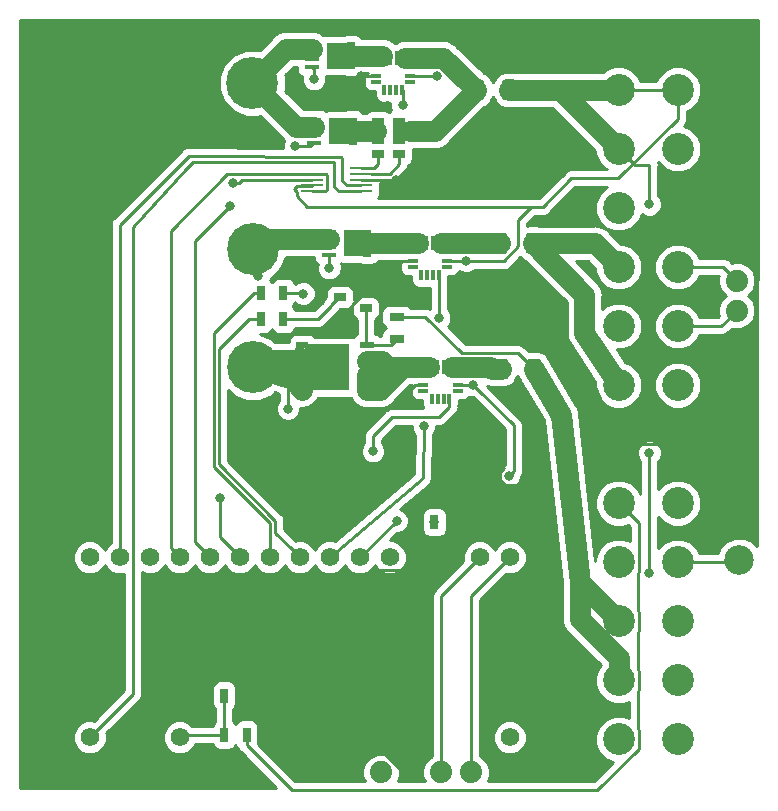
<source format=gbr>
G04 #@! TF.GenerationSoftware,KiCad,Pcbnew,(5.0.1)-rc2*
G04 #@! TF.CreationDate,2018-11-18T14:41:54-07:00*
G04 #@! TF.ProjectId,PowerSupply,506F776572537570706C792E6B696361,rev?*
G04 #@! TF.SameCoordinates,Original*
G04 #@! TF.FileFunction,Copper,L1,Top,Signal*
G04 #@! TF.FilePolarity,Positive*
%FSLAX46Y46*%
G04 Gerber Fmt 4.6, Leading zero omitted, Abs format (unit mm)*
G04 Created by KiCad (PCBNEW (5.0.1)-rc2) date 11/18/2018 2:41:54 PM*
%MOMM*%
%LPD*%
G01*
G04 APERTURE LIST*
G04 #@! TA.AperFunction,ComponentPad*
%ADD10C,2.700000*%
G04 #@! TD*
G04 #@! TA.AperFunction,ComponentPad*
%ADD11C,1.574800*%
G04 #@! TD*
G04 #@! TA.AperFunction,SMDPad,CuDef*
%ADD12R,1.270000X0.610000*%
G04 #@! TD*
G04 #@! TA.AperFunction,SMDPad,CuDef*
%ADD13R,1.020000X0.610000*%
G04 #@! TD*
G04 #@! TA.AperFunction,SMDPad,CuDef*
%ADD14R,3.810000X3.910000*%
G04 #@! TD*
G04 #@! TA.AperFunction,SMDPad,CuDef*
%ADD15R,0.797560X1.198880*%
G04 #@! TD*
G04 #@! TA.AperFunction,ComponentPad*
%ADD16C,1.879600*%
G04 #@! TD*
G04 #@! TA.AperFunction,SMDPad,CuDef*
%ADD17R,0.706120X0.403860*%
G04 #@! TD*
G04 #@! TA.AperFunction,SMDPad,CuDef*
%ADD18R,1.300480X0.403860*%
G04 #@! TD*
G04 #@! TA.AperFunction,SMDPad,CuDef*
%ADD19R,1.724660X2.235200*%
G04 #@! TD*
G04 #@! TA.AperFunction,SMDPad,CuDef*
%ADD20R,1.300000X0.700000*%
G04 #@! TD*
G04 #@! TA.AperFunction,SMDPad,CuDef*
%ADD21R,0.700000X1.300000*%
G04 #@! TD*
G04 #@! TA.AperFunction,SMDPad,CuDef*
%ADD22R,0.400000X1.300000*%
G04 #@! TD*
G04 #@! TA.AperFunction,SMDPad,CuDef*
%ADD23R,0.850000X0.300000*%
G04 #@! TD*
G04 #@! TA.AperFunction,SMDPad,CuDef*
%ADD24R,0.300000X0.850000*%
G04 #@! TD*
G04 #@! TA.AperFunction,SMDPad,CuDef*
%ADD25R,1.000760X0.800100*%
G04 #@! TD*
G04 #@! TA.AperFunction,SMDPad,CuDef*
%ADD26R,1.010000X2.287000*%
G04 #@! TD*
G04 #@! TA.AperFunction,SMDPad,CuDef*
%ADD27R,1.010000X0.762000*%
G04 #@! TD*
G04 #@! TA.AperFunction,BGAPad,CuDef*
%ADD28C,2.500000*%
G04 #@! TD*
G04 #@! TA.AperFunction,Conductor*
%ADD29C,0.100000*%
G04 #@! TD*
G04 #@! TA.AperFunction,SMDPad,CuDef*
%ADD30C,1.250000*%
G04 #@! TD*
G04 #@! TA.AperFunction,ComponentPad*
%ADD31C,4.400000*%
G04 #@! TD*
G04 #@! TA.AperFunction,ComponentPad*
%ADD32C,0.700000*%
G04 #@! TD*
G04 #@! TA.AperFunction,SMDPad,CuDef*
%ADD33R,1.905000X0.248920*%
G04 #@! TD*
G04 #@! TA.AperFunction,ViaPad*
%ADD34C,0.800000*%
G04 #@! TD*
G04 #@! TA.AperFunction,Conductor*
%ADD35C,0.250000*%
G04 #@! TD*
G04 #@! TA.AperFunction,Conductor*
%ADD36C,1.750000*%
G04 #@! TD*
G04 #@! TA.AperFunction,Conductor*
%ADD37C,1.740000*%
G04 #@! TD*
G04 #@! TA.AperFunction,Conductor*
%ADD38C,0.254000*%
G04 #@! TD*
G04 APERTURE END LIST*
D10*
G04 #@! TO.P,J2,1*
G04 #@! TO.N,+3V3*
X236000000Y-91500000D03*
G04 #@! TO.P,J2,2*
X236000000Y-96500000D03*
G04 #@! TO.P,J2,3*
G04 #@! TO.N,N/C*
X236000000Y-101500000D03*
G04 #@! TO.P,J2,4*
G04 #@! TO.N,/5VA*
X236000000Y-106500000D03*
G04 #@! TO.P,J2,5*
G04 #@! TO.N,N/C*
X236000000Y-111500000D03*
G04 #@! TO.P,J2,6*
G04 #@! TO.N,/5VA*
X236000000Y-116500000D03*
G04 #@! TO.P,J2,7*
G04 #@! TO.N,GND*
X236000000Y-121500000D03*
G04 #@! TO.P,J2,8*
G04 #@! TO.N,Net-(J2-Pad8)*
X236000000Y-126500000D03*
G04 #@! TO.P,J2,9*
G04 #@! TO.N,5V_USB*
X236000000Y-131500000D03*
G04 #@! TO.P,J2,10*
G04 #@! TO.N,+12V*
X236000000Y-136500000D03*
G04 #@! TO.P,J2,11*
X236000000Y-141500000D03*
G04 #@! TO.P,J2,12*
G04 #@! TO.N,+3V3*
X236000000Y-146500000D03*
G04 #@! TO.P,J2,13*
X241000000Y-91500000D03*
G04 #@! TO.P,J2,14*
G04 #@! TO.N,N/C*
X241000000Y-96500000D03*
G04 #@! TO.P,J2,15*
G04 #@! TO.N,GND*
X241000000Y-101500000D03*
G04 #@! TO.P,J2,16*
G04 #@! TO.N,Net-(J2-Pad16)*
X241000000Y-106500000D03*
G04 #@! TO.P,J2,17*
G04 #@! TO.N,Net-(J2-Pad17)*
X241000000Y-111500000D03*
G04 #@! TO.P,J2,18*
G04 #@! TO.N,N/C*
X241000000Y-116500000D03*
G04 #@! TO.P,J2,19*
G04 #@! TO.N,GND*
X241000000Y-121500000D03*
G04 #@! TO.P,J2,20*
G04 #@! TO.N,N/C*
X241000000Y-126500000D03*
G04 #@! TO.P,J2,21*
G04 #@! TO.N,Net-(H1-Pad1)*
X241000000Y-131500000D03*
G04 #@! TO.P,J2,22*
G04 #@! TO.N,N/C*
X241000000Y-136500000D03*
G04 #@! TO.P,J2,23*
X241000000Y-141500000D03*
G04 #@! TO.P,J2,24*
X241000000Y-146500000D03*
G04 #@! TD*
D11*
G04 #@! TO.P,A1,9*
G04 #@! TO.N,5V_EN*
X206460000Y-131080000D03*
G04 #@! TO.P,A1,15*
G04 #@! TO.N,SPI_MISO_PINX*
X191220000Y-131080000D03*
G04 #@! TO.P,A1,16*
G04 #@! TO.N,SPI_Clk_PINX*
X191220000Y-146320000D03*
G04 #@! TO.P,A1,14*
G04 #@! TO.N,SPI_MOSI_PINX*
X193760000Y-131080000D03*
G04 #@! TO.P,A1,13*
G04 #@! TO.N,SPI_ADC_CS_PINX*
X196300000Y-131080000D03*
G04 #@! TO.P,A1,12*
G04 #@! TO.N,SPI_3V3_CS_PINX*
X198840000Y-131080000D03*
G04 #@! TO.P,A1,19*
G04 #@! TO.N,POK*
X198840000Y-146320000D03*
G04 #@! TO.P,A1,11*
G04 #@! TO.N,3V3_FINE_EN*
X201380000Y-131080000D03*
G04 #@! TO.P,A1,10*
G04 #@! TO.N,3V3_COURSE_EN*
X203920000Y-131080000D03*
G04 #@! TO.P,A1,8*
G04 #@! TO.N,12V_EN*
X209000000Y-131080000D03*
G04 #@! TO.P,A1,7*
G04 #@! TO.N,CNVST_PINX*
X211540000Y-131080000D03*
G04 #@! TO.P,A1,6*
G04 #@! TO.N,EOC_PINX*
X214080000Y-131080000D03*
G04 #@! TO.P,A1,5*
G04 #@! TO.N,N/C*
X216620000Y-131080000D03*
G04 #@! TO.P,A1,4*
G04 #@! TO.N,GND*
X219160000Y-131080000D03*
G04 #@! TO.P,A1,2*
G04 #@! TO.N,Net-(A1-Pad2)*
X224240000Y-131080000D03*
G04 #@! TO.P,A1,1*
G04 #@! TO.N,Net-(A1-Pad1)*
X226780000Y-131080000D03*
G04 #@! TO.P,A1,30*
G04 #@! TO.N,+3V3*
X226780000Y-146320000D03*
G04 #@! TD*
D12*
G04 #@! TO.P,Q1,1*
G04 #@! TO.N,/12VA_S*
X214670000Y-116905000D03*
G04 #@! TO.P,Q1,2*
X214670000Y-115635000D03*
G04 #@! TO.P,Q1,3*
X214670000Y-114365000D03*
G04 #@! TO.P,Q1,4*
G04 #@! TO.N,Net-(Q1-Pad4)*
X214670000Y-113095000D03*
D13*
G04 #@! TO.P,Q1,5*
G04 #@! TO.N,12V_Out*
X209205000Y-113095000D03*
X209205000Y-114365000D03*
X209205000Y-115635000D03*
X209205000Y-116905000D03*
D14*
X211310000Y-115000000D03*
G04 #@! TD*
D15*
G04 #@! TO.P,C3,2*
G04 #@! TO.N,Net-(C3-Pad2)*
X220401680Y-128100000D03*
G04 #@! TO.P,C3,1*
G04 #@! TO.N,GND*
X222200000Y-128100000D03*
G04 #@! TD*
D16*
G04 #@! TO.P,J1,1*
G04 #@! TO.N,Net-(A1-Pad1)*
X223500000Y-149300000D03*
G04 #@! TO.P,J1,2*
G04 #@! TO.N,Net-(A1-Pad2)*
X220960000Y-149300000D03*
G04 #@! TO.P,J1,3*
G04 #@! TO.N,GND*
X218420000Y-149300000D03*
G04 #@! TO.P,J1,4*
G04 #@! TO.N,+3V3*
X215880000Y-149300000D03*
G04 #@! TD*
G04 #@! TO.P,J3,1*
G04 #@! TO.N,Net-(J2-Pad16)*
X246000000Y-107660000D03*
G04 #@! TO.P,J3,2*
G04 #@! TO.N,Net-(J2-Pad17)*
X246000000Y-110200000D03*
G04 #@! TD*
D17*
G04 #@! TO.P,Q2,3*
G04 #@! TO.N,/3.3VA_D1*
X213464140Y-95966280D03*
X213464140Y-95316040D03*
X213464140Y-94665800D03*
X213464140Y-94015560D03*
D18*
G04 #@! TO.P,Q2,1*
G04 #@! TO.N,Net-(Q2-Pad1)*
X210202780Y-95966280D03*
G04 #@! TO.P,Q2,2*
G04 #@! TO.N,3V3_Out*
X210202780Y-95316040D03*
X210202780Y-94665800D03*
X210202780Y-94015560D03*
D19*
G04 #@! TO.P,Q2,3*
G04 #@! TO.N,/3.3VA_D1*
X212344000Y-94996000D03*
G04 #@! TD*
G04 #@! TO.P,Q3,3*
G04 #@! TO.N,/3.3VA_D2*
X212181660Y-88600000D03*
D18*
G04 #@! TO.P,Q3,2*
G04 #@! TO.N,3V3_Out*
X210040440Y-87619560D03*
X210040440Y-88269800D03*
X210040440Y-88920040D03*
G04 #@! TO.P,Q3,1*
G04 #@! TO.N,Net-(Q3-Pad1)*
X210040440Y-89570280D03*
D17*
G04 #@! TO.P,Q3,3*
G04 #@! TO.N,/3.3VA_D2*
X213301800Y-87619560D03*
X213301800Y-88269800D03*
X213301800Y-88920040D03*
X213301800Y-89570280D03*
G04 #@! TD*
G04 #@! TO.P,Q4,3*
G04 #@! TO.N,/5VA_D*
X214720140Y-105470280D03*
X214720140Y-104820040D03*
X214720140Y-104169800D03*
X214720140Y-103519560D03*
D18*
G04 #@! TO.P,Q4,1*
G04 #@! TO.N,Net-(Q4-Pad1)*
X211458780Y-105470280D03*
G04 #@! TO.P,Q4,2*
G04 #@! TO.N,5V_Out*
X211458780Y-104820040D03*
X211458780Y-104169800D03*
X211458780Y-103519560D03*
D19*
G04 #@! TO.P,Q4,3*
G04 #@! TO.N,/5VA_D*
X213600000Y-104500000D03*
G04 #@! TD*
D20*
G04 #@! TO.P,R7,1*
G04 #@! TO.N,+12V*
X217200000Y-110700000D03*
G04 #@! TO.P,R7,2*
G04 #@! TO.N,Net-(Q1-Pad4)*
X217200000Y-112600000D03*
G04 #@! TD*
D21*
G04 #@! TO.P,R11,2*
G04 #@! TO.N,5V_EN*
X205700000Y-108700000D03*
G04 #@! TO.P,R11,1*
G04 #@! TO.N,Net-(Q6-Pad1)*
X207600000Y-108700000D03*
G04 #@! TD*
G04 #@! TO.P,R12,2*
G04 #@! TO.N,12V_EN*
X205700000Y-110900000D03*
G04 #@! TO.P,R12,1*
G04 #@! TO.N,Net-(Q7-Pad1)*
X207600000Y-110900000D03*
G04 #@! TD*
G04 #@! TO.P,R14,1*
G04 #@! TO.N,POK*
X202600000Y-142800000D03*
G04 #@! TO.P,R14,2*
G04 #@! TO.N,GND*
X204500000Y-142800000D03*
G04 #@! TD*
G04 #@! TO.P,R15,2*
G04 #@! TO.N,Net-(J2-Pad8)*
X204500000Y-146100000D03*
G04 #@! TO.P,R15,1*
G04 #@! TO.N,POK*
X202600000Y-146100000D03*
G04 #@! TD*
D22*
G04 #@! TO.P,U1,1*
G04 #@! TO.N,/3.3V_A*
X217616000Y-88820000D03*
G04 #@! TO.P,U1,3*
G04 #@! TO.N,/3.3VA_D2*
X216616000Y-88820000D03*
D23*
G04 #@! TO.P,U1,5*
G04 #@! TO.N,GND*
X215466000Y-90320000D03*
G04 #@! TO.P,U1,6*
G04 #@! TO.N,N/C*
X215466000Y-90820000D03*
D24*
G04 #@! TO.P,U1,7*
X216166000Y-91520000D03*
G04 #@! TO.P,U1,8*
X216666000Y-91520000D03*
G04 #@! TO.P,U1,9*
X217166000Y-91520000D03*
G04 #@! TO.P,U1,10*
G04 #@! TO.N,Net-(U1-Pad10)*
X217666000Y-91520000D03*
D23*
G04 #@! TO.P,U1,11*
G04 #@! TO.N,N/C*
X218366000Y-90820000D03*
G04 #@! TO.P,U1,12*
G04 #@! TO.N,+3V3*
X218366000Y-90320000D03*
D22*
G04 #@! TO.P,U1,2*
G04 #@! TO.N,/3.3V_A*
X217216000Y-88820000D03*
G04 #@! TO.P,U1,4*
G04 #@! TO.N,/3.3VA_D2*
X216216000Y-88820000D03*
G04 #@! TD*
G04 #@! TO.P,U2,4*
G04 #@! TO.N,/5VA_D*
X219300000Y-104500000D03*
G04 #@! TO.P,U2,2*
G04 #@! TO.N,/5V_A*
X220300000Y-104500000D03*
D23*
G04 #@! TO.P,U2,12*
G04 #@! TO.N,+3V3*
X221450000Y-106000000D03*
G04 #@! TO.P,U2,11*
G04 #@! TO.N,N/C*
X221450000Y-106500000D03*
D24*
G04 #@! TO.P,U2,10*
G04 #@! TO.N,Net-(U2-Pad10)*
X220750000Y-107200000D03*
G04 #@! TO.P,U2,9*
G04 #@! TO.N,N/C*
X220250000Y-107200000D03*
G04 #@! TO.P,U2,8*
X219750000Y-107200000D03*
G04 #@! TO.P,U2,7*
X219250000Y-107200000D03*
D23*
G04 #@! TO.P,U2,6*
X218550000Y-106500000D03*
G04 #@! TO.P,U2,5*
G04 #@! TO.N,GND*
X218550000Y-106000000D03*
D22*
G04 #@! TO.P,U2,3*
G04 #@! TO.N,/5VA_D*
X219700000Y-104500000D03*
G04 #@! TO.P,U2,1*
G04 #@! TO.N,/5V_A*
X220700000Y-104500000D03*
G04 #@! TD*
D25*
G04 #@! TO.P,Q7,3*
G04 #@! TO.N,Net-(Q1-Pad4)*
X214600000Y-110000000D03*
G04 #@! TO.P,Q7,2*
G04 #@! TO.N,GND*
X212400360Y-110952500D03*
G04 #@! TO.P,Q7,1*
G04 #@! TO.N,Net-(Q7-Pad1)*
X212400360Y-109047500D03*
G04 #@! TD*
D26*
G04 #@! TO.P,U6,1*
G04 #@! TO.N,/3.3V_A*
X217416000Y-94995500D03*
G04 #@! TO.P,U6,4*
G04 #@! TO.N,/3.3VA_D1*
X215646000Y-94996000D03*
D27*
G04 #@! TO.P,U6,3*
G04 #@! TO.N,Net-(P1-Pad5)*
X215646000Y-96901500D03*
G04 #@! TO.P,U6,2*
G04 #@! TO.N,Net-(P1-Pad4)*
X217416000Y-96901500D03*
G04 #@! TD*
D28*
G04 #@! TO.P,H1,1*
G04 #@! TO.N,Net-(H1-Pad1)*
X246200000Y-131300000D03*
G04 #@! TD*
G04 #@! TO.P,H2,1*
G04 #@! TO.N,GND*
X245900000Y-121500000D03*
G04 #@! TD*
D22*
G04 #@! TO.P,U3,1*
G04 #@! TO.N,/12V_A*
X221616000Y-114998000D03*
G04 #@! TO.P,U3,3*
G04 #@! TO.N,/12VA_S*
X220616000Y-114998000D03*
D23*
G04 #@! TO.P,U3,5*
G04 #@! TO.N,GND*
X219466000Y-116498000D03*
G04 #@! TO.P,U3,6*
G04 #@! TO.N,N/C*
X219466000Y-116998000D03*
D24*
G04 #@! TO.P,U3,7*
X220166000Y-117698000D03*
G04 #@! TO.P,U3,8*
X220666000Y-117698000D03*
G04 #@! TO.P,U3,9*
X221166000Y-117698000D03*
G04 #@! TO.P,U3,10*
G04 #@! TO.N,Net-(U3-Pad10)*
X221666000Y-117698000D03*
D23*
G04 #@! TO.P,U3,11*
G04 #@! TO.N,N/C*
X222366000Y-116998000D03*
G04 #@! TO.P,U3,12*
G04 #@! TO.N,+3V3*
X222366000Y-116498000D03*
D22*
G04 #@! TO.P,U3,2*
G04 #@! TO.N,/12V_A*
X221216000Y-114998000D03*
G04 #@! TO.P,U3,4*
G04 #@! TO.N,/12VA_S*
X220216000Y-114998000D03*
G04 #@! TD*
D29*
G04 #@! TO.N,+3V3*
G04 #@! TO.C,F1*
G36*
X227148504Y-90626204D02*
X227172773Y-90629804D01*
X227196571Y-90635765D01*
X227219671Y-90644030D01*
X227241849Y-90654520D01*
X227262893Y-90667133D01*
X227282598Y-90681747D01*
X227300777Y-90698223D01*
X227317253Y-90716402D01*
X227331867Y-90736107D01*
X227344480Y-90757151D01*
X227354970Y-90779329D01*
X227363235Y-90802429D01*
X227369196Y-90826227D01*
X227372796Y-90850496D01*
X227374000Y-90875000D01*
X227374000Y-92125000D01*
X227372796Y-92149504D01*
X227369196Y-92173773D01*
X227363235Y-92197571D01*
X227354970Y-92220671D01*
X227344480Y-92242849D01*
X227331867Y-92263893D01*
X227317253Y-92283598D01*
X227300777Y-92301777D01*
X227282598Y-92318253D01*
X227262893Y-92332867D01*
X227241849Y-92345480D01*
X227219671Y-92355970D01*
X227196571Y-92364235D01*
X227172773Y-92370196D01*
X227148504Y-92373796D01*
X227124000Y-92375000D01*
X226374000Y-92375000D01*
X226349496Y-92373796D01*
X226325227Y-92370196D01*
X226301429Y-92364235D01*
X226278329Y-92355970D01*
X226256151Y-92345480D01*
X226235107Y-92332867D01*
X226215402Y-92318253D01*
X226197223Y-92301777D01*
X226180747Y-92283598D01*
X226166133Y-92263893D01*
X226153520Y-92242849D01*
X226143030Y-92220671D01*
X226134765Y-92197571D01*
X226128804Y-92173773D01*
X226125204Y-92149504D01*
X226124000Y-92125000D01*
X226124000Y-90875000D01*
X226125204Y-90850496D01*
X226128804Y-90826227D01*
X226134765Y-90802429D01*
X226143030Y-90779329D01*
X226153520Y-90757151D01*
X226166133Y-90736107D01*
X226180747Y-90716402D01*
X226197223Y-90698223D01*
X226215402Y-90681747D01*
X226235107Y-90667133D01*
X226256151Y-90654520D01*
X226278329Y-90644030D01*
X226301429Y-90635765D01*
X226325227Y-90629804D01*
X226349496Y-90626204D01*
X226374000Y-90625000D01*
X227124000Y-90625000D01*
X227148504Y-90626204D01*
X227148504Y-90626204D01*
G37*
D30*
G04 #@! TD*
G04 #@! TO.P,F1,1*
G04 #@! TO.N,+3V3*
X226749000Y-91500000D03*
D29*
G04 #@! TO.N,/3.3V_A*
G04 #@! TO.C,F1*
G36*
X224348504Y-90626204D02*
X224372773Y-90629804D01*
X224396571Y-90635765D01*
X224419671Y-90644030D01*
X224441849Y-90654520D01*
X224462893Y-90667133D01*
X224482598Y-90681747D01*
X224500777Y-90698223D01*
X224517253Y-90716402D01*
X224531867Y-90736107D01*
X224544480Y-90757151D01*
X224554970Y-90779329D01*
X224563235Y-90802429D01*
X224569196Y-90826227D01*
X224572796Y-90850496D01*
X224574000Y-90875000D01*
X224574000Y-92125000D01*
X224572796Y-92149504D01*
X224569196Y-92173773D01*
X224563235Y-92197571D01*
X224554970Y-92220671D01*
X224544480Y-92242849D01*
X224531867Y-92263893D01*
X224517253Y-92283598D01*
X224500777Y-92301777D01*
X224482598Y-92318253D01*
X224462893Y-92332867D01*
X224441849Y-92345480D01*
X224419671Y-92355970D01*
X224396571Y-92364235D01*
X224372773Y-92370196D01*
X224348504Y-92373796D01*
X224324000Y-92375000D01*
X223574000Y-92375000D01*
X223549496Y-92373796D01*
X223525227Y-92370196D01*
X223501429Y-92364235D01*
X223478329Y-92355970D01*
X223456151Y-92345480D01*
X223435107Y-92332867D01*
X223415402Y-92318253D01*
X223397223Y-92301777D01*
X223380747Y-92283598D01*
X223366133Y-92263893D01*
X223353520Y-92242849D01*
X223343030Y-92220671D01*
X223334765Y-92197571D01*
X223328804Y-92173773D01*
X223325204Y-92149504D01*
X223324000Y-92125000D01*
X223324000Y-90875000D01*
X223325204Y-90850496D01*
X223328804Y-90826227D01*
X223334765Y-90802429D01*
X223343030Y-90779329D01*
X223353520Y-90757151D01*
X223366133Y-90736107D01*
X223380747Y-90716402D01*
X223397223Y-90698223D01*
X223415402Y-90681747D01*
X223435107Y-90667133D01*
X223456151Y-90654520D01*
X223478329Y-90644030D01*
X223501429Y-90635765D01*
X223525227Y-90629804D01*
X223549496Y-90626204D01*
X223574000Y-90625000D01*
X224324000Y-90625000D01*
X224348504Y-90626204D01*
X224348504Y-90626204D01*
G37*
D30*
G04 #@! TD*
G04 #@! TO.P,F1,2*
G04 #@! TO.N,/3.3V_A*
X223949000Y-91500000D03*
D29*
G04 #@! TO.N,/5V_A*
G04 #@! TO.C,F2*
G36*
X226348504Y-103626204D02*
X226372773Y-103629804D01*
X226396571Y-103635765D01*
X226419671Y-103644030D01*
X226441849Y-103654520D01*
X226462893Y-103667133D01*
X226482598Y-103681747D01*
X226500777Y-103698223D01*
X226517253Y-103716402D01*
X226531867Y-103736107D01*
X226544480Y-103757151D01*
X226554970Y-103779329D01*
X226563235Y-103802429D01*
X226569196Y-103826227D01*
X226572796Y-103850496D01*
X226574000Y-103875000D01*
X226574000Y-105125000D01*
X226572796Y-105149504D01*
X226569196Y-105173773D01*
X226563235Y-105197571D01*
X226554970Y-105220671D01*
X226544480Y-105242849D01*
X226531867Y-105263893D01*
X226517253Y-105283598D01*
X226500777Y-105301777D01*
X226482598Y-105318253D01*
X226462893Y-105332867D01*
X226441849Y-105345480D01*
X226419671Y-105355970D01*
X226396571Y-105364235D01*
X226372773Y-105370196D01*
X226348504Y-105373796D01*
X226324000Y-105375000D01*
X225574000Y-105375000D01*
X225549496Y-105373796D01*
X225525227Y-105370196D01*
X225501429Y-105364235D01*
X225478329Y-105355970D01*
X225456151Y-105345480D01*
X225435107Y-105332867D01*
X225415402Y-105318253D01*
X225397223Y-105301777D01*
X225380747Y-105283598D01*
X225366133Y-105263893D01*
X225353520Y-105242849D01*
X225343030Y-105220671D01*
X225334765Y-105197571D01*
X225328804Y-105173773D01*
X225325204Y-105149504D01*
X225324000Y-105125000D01*
X225324000Y-103875000D01*
X225325204Y-103850496D01*
X225328804Y-103826227D01*
X225334765Y-103802429D01*
X225343030Y-103779329D01*
X225353520Y-103757151D01*
X225366133Y-103736107D01*
X225380747Y-103716402D01*
X225397223Y-103698223D01*
X225415402Y-103681747D01*
X225435107Y-103667133D01*
X225456151Y-103654520D01*
X225478329Y-103644030D01*
X225501429Y-103635765D01*
X225525227Y-103629804D01*
X225549496Y-103626204D01*
X225574000Y-103625000D01*
X226324000Y-103625000D01*
X226348504Y-103626204D01*
X226348504Y-103626204D01*
G37*
D30*
G04 #@! TD*
G04 #@! TO.P,F2,2*
G04 #@! TO.N,/5V_A*
X225949000Y-104500000D03*
D29*
G04 #@! TO.N,/5VA*
G04 #@! TO.C,F2*
G36*
X229148504Y-103626204D02*
X229172773Y-103629804D01*
X229196571Y-103635765D01*
X229219671Y-103644030D01*
X229241849Y-103654520D01*
X229262893Y-103667133D01*
X229282598Y-103681747D01*
X229300777Y-103698223D01*
X229317253Y-103716402D01*
X229331867Y-103736107D01*
X229344480Y-103757151D01*
X229354970Y-103779329D01*
X229363235Y-103802429D01*
X229369196Y-103826227D01*
X229372796Y-103850496D01*
X229374000Y-103875000D01*
X229374000Y-105125000D01*
X229372796Y-105149504D01*
X229369196Y-105173773D01*
X229363235Y-105197571D01*
X229354970Y-105220671D01*
X229344480Y-105242849D01*
X229331867Y-105263893D01*
X229317253Y-105283598D01*
X229300777Y-105301777D01*
X229282598Y-105318253D01*
X229262893Y-105332867D01*
X229241849Y-105345480D01*
X229219671Y-105355970D01*
X229196571Y-105364235D01*
X229172773Y-105370196D01*
X229148504Y-105373796D01*
X229124000Y-105375000D01*
X228374000Y-105375000D01*
X228349496Y-105373796D01*
X228325227Y-105370196D01*
X228301429Y-105364235D01*
X228278329Y-105355970D01*
X228256151Y-105345480D01*
X228235107Y-105332867D01*
X228215402Y-105318253D01*
X228197223Y-105301777D01*
X228180747Y-105283598D01*
X228166133Y-105263893D01*
X228153520Y-105242849D01*
X228143030Y-105220671D01*
X228134765Y-105197571D01*
X228128804Y-105173773D01*
X228125204Y-105149504D01*
X228124000Y-105125000D01*
X228124000Y-103875000D01*
X228125204Y-103850496D01*
X228128804Y-103826227D01*
X228134765Y-103802429D01*
X228143030Y-103779329D01*
X228153520Y-103757151D01*
X228166133Y-103736107D01*
X228180747Y-103716402D01*
X228197223Y-103698223D01*
X228215402Y-103681747D01*
X228235107Y-103667133D01*
X228256151Y-103654520D01*
X228278329Y-103644030D01*
X228301429Y-103635765D01*
X228325227Y-103629804D01*
X228349496Y-103626204D01*
X228374000Y-103625000D01*
X229124000Y-103625000D01*
X229148504Y-103626204D01*
X229148504Y-103626204D01*
G37*
D30*
G04 #@! TD*
G04 #@! TO.P,F2,1*
G04 #@! TO.N,/5VA*
X228749000Y-104500000D03*
D29*
G04 #@! TO.N,+12V*
G04 #@! TO.C,F3*
G36*
X229215504Y-114274204D02*
X229239773Y-114277804D01*
X229263571Y-114283765D01*
X229286671Y-114292030D01*
X229308849Y-114302520D01*
X229329893Y-114315133D01*
X229349598Y-114329747D01*
X229367777Y-114346223D01*
X229384253Y-114364402D01*
X229398867Y-114384107D01*
X229411480Y-114405151D01*
X229421970Y-114427329D01*
X229430235Y-114450429D01*
X229436196Y-114474227D01*
X229439796Y-114498496D01*
X229441000Y-114523000D01*
X229441000Y-115773000D01*
X229439796Y-115797504D01*
X229436196Y-115821773D01*
X229430235Y-115845571D01*
X229421970Y-115868671D01*
X229411480Y-115890849D01*
X229398867Y-115911893D01*
X229384253Y-115931598D01*
X229367777Y-115949777D01*
X229349598Y-115966253D01*
X229329893Y-115980867D01*
X229308849Y-115993480D01*
X229286671Y-116003970D01*
X229263571Y-116012235D01*
X229239773Y-116018196D01*
X229215504Y-116021796D01*
X229191000Y-116023000D01*
X228441000Y-116023000D01*
X228416496Y-116021796D01*
X228392227Y-116018196D01*
X228368429Y-116012235D01*
X228345329Y-116003970D01*
X228323151Y-115993480D01*
X228302107Y-115980867D01*
X228282402Y-115966253D01*
X228264223Y-115949777D01*
X228247747Y-115931598D01*
X228233133Y-115911893D01*
X228220520Y-115890849D01*
X228210030Y-115868671D01*
X228201765Y-115845571D01*
X228195804Y-115821773D01*
X228192204Y-115797504D01*
X228191000Y-115773000D01*
X228191000Y-114523000D01*
X228192204Y-114498496D01*
X228195804Y-114474227D01*
X228201765Y-114450429D01*
X228210030Y-114427329D01*
X228220520Y-114405151D01*
X228233133Y-114384107D01*
X228247747Y-114364402D01*
X228264223Y-114346223D01*
X228282402Y-114329747D01*
X228302107Y-114315133D01*
X228323151Y-114302520D01*
X228345329Y-114292030D01*
X228368429Y-114283765D01*
X228392227Y-114277804D01*
X228416496Y-114274204D01*
X228441000Y-114273000D01*
X229191000Y-114273000D01*
X229215504Y-114274204D01*
X229215504Y-114274204D01*
G37*
D30*
G04 #@! TD*
G04 #@! TO.P,F3,1*
G04 #@! TO.N,+12V*
X228816000Y-115148000D03*
D29*
G04 #@! TO.N,/12V_A*
G04 #@! TO.C,F3*
G36*
X226415504Y-114274204D02*
X226439773Y-114277804D01*
X226463571Y-114283765D01*
X226486671Y-114292030D01*
X226508849Y-114302520D01*
X226529893Y-114315133D01*
X226549598Y-114329747D01*
X226567777Y-114346223D01*
X226584253Y-114364402D01*
X226598867Y-114384107D01*
X226611480Y-114405151D01*
X226621970Y-114427329D01*
X226630235Y-114450429D01*
X226636196Y-114474227D01*
X226639796Y-114498496D01*
X226641000Y-114523000D01*
X226641000Y-115773000D01*
X226639796Y-115797504D01*
X226636196Y-115821773D01*
X226630235Y-115845571D01*
X226621970Y-115868671D01*
X226611480Y-115890849D01*
X226598867Y-115911893D01*
X226584253Y-115931598D01*
X226567777Y-115949777D01*
X226549598Y-115966253D01*
X226529893Y-115980867D01*
X226508849Y-115993480D01*
X226486671Y-116003970D01*
X226463571Y-116012235D01*
X226439773Y-116018196D01*
X226415504Y-116021796D01*
X226391000Y-116023000D01*
X225641000Y-116023000D01*
X225616496Y-116021796D01*
X225592227Y-116018196D01*
X225568429Y-116012235D01*
X225545329Y-116003970D01*
X225523151Y-115993480D01*
X225502107Y-115980867D01*
X225482402Y-115966253D01*
X225464223Y-115949777D01*
X225447747Y-115931598D01*
X225433133Y-115911893D01*
X225420520Y-115890849D01*
X225410030Y-115868671D01*
X225401765Y-115845571D01*
X225395804Y-115821773D01*
X225392204Y-115797504D01*
X225391000Y-115773000D01*
X225391000Y-114523000D01*
X225392204Y-114498496D01*
X225395804Y-114474227D01*
X225401765Y-114450429D01*
X225410030Y-114427329D01*
X225420520Y-114405151D01*
X225433133Y-114384107D01*
X225447747Y-114364402D01*
X225464223Y-114346223D01*
X225482402Y-114329747D01*
X225502107Y-114315133D01*
X225523151Y-114302520D01*
X225545329Y-114292030D01*
X225568429Y-114283765D01*
X225592227Y-114277804D01*
X225616496Y-114274204D01*
X225641000Y-114273000D01*
X226391000Y-114273000D01*
X226415504Y-114274204D01*
X226415504Y-114274204D01*
G37*
D30*
G04 #@! TD*
G04 #@! TO.P,F3,2*
G04 #@! TO.N,/12V_A*
X226016000Y-115148000D03*
D31*
G04 #@! TO.P,H4,1*
G04 #@! TO.N,5V_Out*
X205000000Y-105000000D03*
D32*
X206650000Y-105000000D03*
X206166726Y-106166726D03*
X205000000Y-106650000D03*
X203833274Y-106166726D03*
X203350000Y-105000000D03*
X203833274Y-103833274D03*
X205000000Y-103350000D03*
X206166726Y-103833274D03*
G04 #@! TD*
D31*
G04 #@! TO.P,H5,1*
G04 #@! TO.N,12V_Out*
X205000000Y-115000000D03*
D32*
X206650000Y-115000000D03*
X206166726Y-116166726D03*
X205000000Y-116650000D03*
X203833274Y-116166726D03*
X203350000Y-115000000D03*
X203833274Y-113833274D03*
X205000000Y-113350000D03*
X206166726Y-113833274D03*
G04 #@! TD*
G04 #@! TO.P,H6,1*
G04 #@! TO.N,3V3_Out*
X206144726Y-89765274D03*
X204978000Y-89282000D03*
X203811274Y-89765274D03*
X203328000Y-90932000D03*
X203811274Y-92098726D03*
X204978000Y-92582000D03*
X206144726Y-92098726D03*
X206628000Y-90932000D03*
D31*
X204978000Y-90932000D03*
G04 #@! TD*
D33*
G04 #@! TO.P,P1,1*
G04 #@! TO.N,SPI_Clk_PINX*
X214200000Y-100101140D03*
G04 #@! TO.P,P1,2*
G04 #@! TO.N,SPI_MOSI_PINX*
X214200000Y-99600760D03*
G04 #@! TO.P,P1,3*
G04 #@! TO.N,GND*
X214200000Y-99100380D03*
G04 #@! TO.P,P1,4*
G04 #@! TO.N,Net-(P1-Pad4)*
X214200000Y-98600000D03*
G04 #@! TO.P,P1,5*
G04 #@! TO.N,Net-(P1-Pad5)*
X214200000Y-98099620D03*
G04 #@! TO.P,P1,8*
G04 #@! TO.N,3V3_Fine_Out*
X209998840Y-99100380D03*
G04 #@! TO.P,P1,9*
G04 #@! TO.N,+3V3*
X209998840Y-99600760D03*
G04 #@! TO.P,P1,10*
G04 #@! TO.N,SPI_3V3_CS_PINX*
X209998840Y-100101140D03*
G04 #@! TD*
D31*
G04 #@! TO.P,H7,1*
G04 #@! TO.N,GND*
X226300000Y-110000000D03*
D32*
X227950000Y-110000000D03*
X227466726Y-111166726D03*
X226300000Y-111650000D03*
X225133274Y-111166726D03*
X224650000Y-110000000D03*
X225133274Y-108833274D03*
X226300000Y-108350000D03*
X227466726Y-108833274D03*
G04 #@! TD*
D34*
G04 #@! TO.N,GND*
X218200000Y-122900000D03*
X222199160Y-128100000D03*
X214200000Y-90300000D03*
X208200180Y-91047500D03*
X217112653Y-99112653D03*
X213250000Y-120900000D03*
X215514568Y-107600000D03*
X212800000Y-106800000D03*
X223200000Y-120400000D03*
X218100000Y-118100000D03*
X228600000Y-124925001D03*
G04 #@! TO.N,Net-(C3-Pad2)*
X220400840Y-128100000D03*
G04 #@! TO.N,+3V3*
X220575221Y-90326622D03*
X223700000Y-116500000D03*
X226700000Y-124200000D03*
G04 #@! TO.N,+12V*
X228816000Y-115148000D03*
G04 #@! TO.N,12V_Out*
X208000000Y-118500000D03*
G04 #@! TO.N,5V_Out*
X205500000Y-107300000D03*
G04 #@! TO.N,Net-(Q6-Pad1)*
X209300180Y-108752500D03*
G04 #@! TO.N,3V3_COURSE_EN*
X202200000Y-126100000D03*
G04 #@! TO.N,3V3_FINE_EN*
X203100000Y-101300000D03*
G04 #@! TO.N,Net-(U2-Pad10)*
X220800000Y-110800000D03*
G04 #@! TO.N,Net-(U3-Pad10)*
X215200000Y-122100000D03*
G04 #@! TO.N,CNVST_PINX*
X219500000Y-120000000D03*
G04 #@! TO.N,EOC_PINX*
X217200000Y-128000000D03*
G04 #@! TO.N,Net-(Q2-Pad1)*
X208600000Y-96300000D03*
G04 #@! TO.N,Net-(Q3-Pad1)*
X210200000Y-90600000D03*
G04 #@! TO.N,Net-(Q4-Pad1)*
X211500000Y-106600000D03*
G04 #@! TO.N,+3V3*
X238600000Y-132400000D03*
X238600000Y-122225000D03*
X238600000Y-101200000D03*
X223100000Y-106000000D03*
G04 #@! TO.N,Net-(U1-Pad10)*
X217700000Y-92800000D03*
G04 #@! TO.N,3V3_Fine_Out*
X203300000Y-99375370D03*
G04 #@! TD*
D35*
G04 #@! TO.N,GND*
X219419820Y-131080000D02*
X219160000Y-131080000D01*
X222199160Y-128300660D02*
X219419820Y-131080000D01*
X222199160Y-128100000D02*
X222199160Y-128300660D01*
X218372601Y-131867399D02*
X219160000Y-131080000D01*
X218047599Y-132192401D02*
X218372601Y-131867399D01*
X215707599Y-132192401D02*
X218047599Y-132192401D01*
X205100000Y-142800000D02*
X215707599Y-132192401D01*
X244132234Y-121500000D02*
X241000000Y-121500000D01*
X245900000Y-121500000D02*
X244132234Y-121500000D01*
X239090812Y-121500000D02*
X236000000Y-121500000D01*
X241000000Y-121500000D02*
X239090812Y-121500000D01*
X215466000Y-90320000D02*
X214220000Y-90320000D01*
X214220000Y-90320000D02*
X214200000Y-90300000D01*
X212500690Y-110952500D02*
X213400000Y-110053190D01*
X212400360Y-110952500D02*
X212500690Y-110952500D01*
X217875000Y-106000000D02*
X218550000Y-106000000D01*
X217114568Y-106000000D02*
X217875000Y-106000000D01*
X213400000Y-110053190D02*
X213400000Y-109714568D01*
X215402500Y-99100380D02*
X215402880Y-99100000D01*
X214200000Y-99100380D02*
X215402500Y-99100380D01*
X215402880Y-99100000D02*
X217100000Y-99100000D01*
X217100000Y-99100000D02*
X217112653Y-99112653D01*
X213487070Y-120900000D02*
X213250000Y-120900000D01*
X205100000Y-142800000D02*
X204500000Y-142800000D01*
X211251906Y-142800000D02*
X205100000Y-142800000D01*
X217751906Y-149300000D02*
X211251906Y-142800000D01*
X218420000Y-149300000D02*
X217751906Y-149300000D01*
X213400000Y-109714568D02*
X215514568Y-107600000D01*
X215514568Y-107600000D02*
X217114568Y-106000000D01*
X213600000Y-107600000D02*
X215514568Y-107600000D01*
X212800000Y-106800000D02*
X213600000Y-107600000D01*
X218791000Y-116498000D02*
X219466000Y-116498000D01*
X218100000Y-117189000D02*
X218791000Y-116498000D01*
X218100000Y-118100000D02*
X218100000Y-117189000D01*
X228600000Y-124925001D02*
X226351999Y-124925001D01*
X226351999Y-124925001D02*
X225974999Y-124548001D01*
X225974999Y-124548001D02*
X225974999Y-123851999D01*
X225974999Y-123851999D02*
X226313499Y-123513499D01*
X226313499Y-123513499D02*
X223200000Y-120400000D01*
X225820998Y-111679002D02*
X225700000Y-111558004D01*
D36*
X229800000Y-111700000D02*
X226300000Y-110000000D01*
X233300000Y-117000000D02*
X229800000Y-111700000D01*
X236000000Y-121500000D02*
X234650001Y-120150001D01*
X234650001Y-120150001D02*
X233300000Y-117000000D01*
D35*
G04 #@! TO.N,Net-(C3-Pad2)*
X220401680Y-128100000D02*
X220400840Y-128100000D01*
G04 #@! TO.N,+3V3*
X208786888Y-99651130D02*
X208500000Y-99938018D01*
X209998840Y-99600760D02*
X209998840Y-99651130D01*
X209998840Y-99651130D02*
X208786888Y-99651130D01*
X208721339Y-100485601D02*
X209635738Y-101400000D01*
X208721339Y-100121339D02*
X208721339Y-100485601D01*
X208500000Y-99938018D02*
X208538018Y-99938018D01*
X208538018Y-99938018D02*
X208721339Y-100121339D01*
X229600000Y-101400000D02*
X232000000Y-99000000D01*
X241000000Y-93409188D02*
X241000000Y-91500000D01*
X241000000Y-93979002D02*
X241000000Y-93409188D01*
X235979002Y-99000000D02*
X241000000Y-93979002D01*
X232000000Y-99000000D02*
X235979002Y-99000000D01*
X227500000Y-102500000D02*
X228600000Y-101400000D01*
X227500000Y-104762190D02*
X227500000Y-102500000D01*
X226262190Y-106000000D02*
X227500000Y-104762190D01*
X209635738Y-101400000D02*
X228600000Y-101400000D01*
X228600000Y-101400000D02*
X229600000Y-101400000D01*
X218366000Y-90320000D02*
X220568599Y-90320000D01*
X220568599Y-90320000D02*
X220575221Y-90326622D01*
X222366000Y-116498000D02*
X223698000Y-116498000D01*
X223698000Y-116498000D02*
X223700000Y-116500000D01*
X223400000Y-106000000D02*
X226262190Y-106000000D01*
X224099999Y-116899999D02*
X223700000Y-116500000D01*
X227099999Y-119899999D02*
X224099999Y-116899999D01*
X227099999Y-123800001D02*
X227099999Y-119899999D01*
X226700000Y-124200000D02*
X227099999Y-123800001D01*
G04 #@! TO.N,+12V*
X228816000Y-116123000D02*
X228816000Y-115148000D01*
D36*
X236000000Y-136500000D02*
X232700000Y-133200000D01*
X232700000Y-136290812D02*
X232700000Y-133200000D01*
X236000000Y-139590812D02*
X232700000Y-136290812D01*
X236000000Y-141500000D02*
X236000000Y-139590812D01*
D35*
G04 #@! TO.N,Net-(H1-Pad1)*
X246000000Y-131500000D02*
X246200000Y-131300000D01*
X241000000Y-131500000D02*
X246000000Y-131500000D01*
G04 #@! TO.N,Net-(A1-Pad1)*
X223500000Y-134360000D02*
X223500000Y-149300000D01*
X226780000Y-131080000D02*
X223500000Y-134360000D01*
G04 #@! TO.N,Net-(A1-Pad2)*
X220960000Y-134360000D02*
X220960000Y-149300000D01*
X224240000Y-131080000D02*
X220960000Y-134360000D01*
G04 #@! TO.N,Net-(J2-Pad8)*
X204500000Y-147000000D02*
X208300000Y-150800000D01*
X204500000Y-146100000D02*
X204500000Y-147000000D01*
X237349999Y-127849999D02*
X236000000Y-126500000D01*
X237675001Y-128175001D02*
X237349999Y-127849999D01*
X237600000Y-132379002D02*
X237675001Y-132304001D01*
X237600000Y-135620998D02*
X237600000Y-132379002D01*
X237675001Y-135695999D02*
X237600000Y-135620998D01*
X237600000Y-137379002D02*
X237675001Y-137304001D01*
X237675001Y-132304001D02*
X237675001Y-128175001D01*
X237600000Y-140620998D02*
X237600000Y-137379002D01*
X237675001Y-140695999D02*
X237600000Y-140620998D01*
X237675001Y-142304001D02*
X237675001Y-140695999D01*
X237600000Y-142379002D02*
X237675001Y-142304001D01*
X237675001Y-145695999D02*
X237600000Y-145620998D01*
X237600000Y-145620998D02*
X237600000Y-142379002D01*
X237675001Y-147304001D02*
X237675001Y-145695999D01*
X237675001Y-137304001D02*
X237675001Y-135695999D01*
X234179002Y-150800000D02*
X237675001Y-147304001D01*
X208300000Y-150800000D02*
X234179002Y-150800000D01*
G04 #@! TO.N,Net-(J2-Pad16)*
X244840000Y-106500000D02*
X246000000Y-107660000D01*
X241000000Y-106500000D02*
X244840000Y-106500000D01*
G04 #@! TO.N,Net-(J2-Pad17)*
X244700000Y-111500000D02*
X246000000Y-110200000D01*
X241000000Y-111500000D02*
X244700000Y-111500000D01*
G04 #@! TO.N,SPI_Clk_PINX*
X214200000Y-100101140D02*
X212301140Y-100101140D01*
X212301140Y-100101140D02*
X211900000Y-99700000D01*
X211900000Y-99700000D02*
X211900000Y-97650010D01*
X211900000Y-97650010D02*
X199949990Y-97650010D01*
X199949990Y-97650010D02*
X199400000Y-98200000D01*
X199400000Y-98200000D02*
X199300000Y-98300000D01*
X192007399Y-145532601D02*
X191220000Y-146320000D01*
X194872401Y-142667599D02*
X192007399Y-145532601D01*
X194872401Y-103872401D02*
X194872401Y-142667599D01*
X199400000Y-98200000D02*
X194900000Y-103100000D01*
X194900000Y-103100000D02*
X194872401Y-103872401D01*
G04 #@! TO.N,SPI_MOSI_PINX*
X193760000Y-102940000D02*
X193760000Y-131080000D01*
X214200000Y-99600760D02*
X213000760Y-99600760D01*
X213000760Y-99600760D02*
X212600000Y-99200000D01*
X212600000Y-99200000D02*
X212600000Y-97300000D01*
X212600000Y-97300000D02*
X212500000Y-97200000D01*
X212500000Y-97200000D02*
X199600000Y-97100000D01*
X199600000Y-97100000D02*
X193760000Y-102940000D01*
G04 #@! TO.N,Net-(P1-Pad4)*
X217416000Y-96901500D02*
X217416000Y-97284000D01*
X215000000Y-98600000D02*
X216600000Y-98600000D01*
X217416000Y-97784000D02*
X217416000Y-96901500D01*
X216600000Y-98600000D02*
X217416000Y-97784000D01*
G04 #@! TO.N,12V_Out*
X205635000Y-114365000D02*
X205000000Y-115000000D01*
X209205000Y-113095000D02*
X209205000Y-113195000D01*
X209205000Y-113195000D02*
X208900000Y-113500000D01*
X209815000Y-113500000D02*
X209205000Y-113500000D01*
X211310000Y-114995000D02*
X209815000Y-113500000D01*
X211310000Y-115000000D02*
X211310000Y-114995000D01*
X209205000Y-113095000D02*
X209205000Y-113500000D01*
X209205000Y-113500000D02*
X209205000Y-114365000D01*
X209205000Y-115395000D02*
X209205000Y-115635000D01*
X209110000Y-115300000D02*
X209205000Y-115395000D01*
X211105000Y-115205000D02*
X211310000Y-115000000D01*
X209205000Y-115205000D02*
X211105000Y-115205000D01*
X209110000Y-115300000D02*
X209205000Y-115205000D01*
X208435000Y-115300000D02*
X207500000Y-114365000D01*
X209110000Y-115300000D02*
X208435000Y-115300000D01*
D36*
X207500000Y-114365000D02*
X205635000Y-114365000D01*
D35*
X209205000Y-113095000D02*
X209005000Y-113095000D01*
X209005000Y-113095000D02*
X208700000Y-113400000D01*
X208700000Y-114165000D02*
X208500000Y-114365000D01*
X208700000Y-113400000D02*
X208700000Y-114165000D01*
D36*
X209205000Y-114365000D02*
X208500000Y-114365000D01*
X208500000Y-114365000D02*
X207500000Y-114365000D01*
X208400000Y-116000000D02*
X205000000Y-115000000D01*
X209205000Y-116905000D02*
X208400000Y-116000000D01*
D35*
X209000000Y-115635000D02*
X209205000Y-115635000D01*
X208000000Y-116635000D02*
X209000000Y-115635000D01*
X208000000Y-118500000D02*
X208000000Y-116635000D01*
G04 #@! TO.N,Net-(Q1-Pad4)*
X214800180Y-112964820D02*
X214670000Y-113095000D01*
X214600000Y-113025000D02*
X214670000Y-113095000D01*
X214600000Y-110000000D02*
X214600000Y-113025000D01*
D37*
G04 #@! TO.N,3V3_Out*
X207848200Y-88061800D02*
X204978000Y-90932000D01*
D36*
X210022440Y-88061800D02*
X207848200Y-88061800D01*
X208711800Y-94665800D02*
X204978000Y-90932000D01*
X210202780Y-94665800D02*
X208711800Y-94665800D01*
D35*
G04 #@! TO.N,5V_Out*
X205830200Y-104169800D02*
X205000000Y-105000000D01*
D36*
X211458780Y-104169800D02*
X205830200Y-104169800D01*
D35*
X205000000Y-106234315D02*
X205000000Y-105000000D01*
X205500000Y-106734315D02*
X205000000Y-106234315D01*
X205500000Y-107300000D02*
X205500000Y-106734315D01*
G04 #@! TO.N,Net-(Q6-Pad1)*
X207600000Y-108700000D02*
X209247680Y-108700000D01*
X209247680Y-108700000D02*
X209300180Y-108752500D01*
G04 #@! TO.N,Net-(Q7-Pad1)*
X212300030Y-109047500D02*
X212400360Y-109047500D01*
X211649980Y-109697550D02*
X212300030Y-109047500D01*
X211649980Y-109797880D02*
X211649980Y-109697550D01*
X210547860Y-110900000D02*
X211649980Y-109797880D01*
X207600000Y-110900000D02*
X210547860Y-110900000D01*
G04 #@! TO.N,SPI_3V3_CS_PINX*
X211160422Y-100101140D02*
X211300000Y-99961562D01*
X209998840Y-100101140D02*
X211160422Y-100101140D01*
X211210792Y-98650370D02*
X202849630Y-98650370D01*
X211300000Y-99961562D02*
X211300000Y-98739578D01*
X211300000Y-98739578D02*
X211210792Y-98650370D01*
X198052601Y-130292601D02*
X198840000Y-131080000D01*
X198049991Y-130289991D02*
X198052601Y-130292601D01*
X198049991Y-103450009D02*
X198049991Y-130289991D01*
X202849630Y-98650370D02*
X198049991Y-103450009D01*
G04 #@! TO.N,3V3_COURSE_EN*
X202200000Y-129360000D02*
X203920000Y-131080000D01*
X202200000Y-126100000D02*
X202200000Y-129360000D01*
G04 #@! TO.N,5V_EN*
X205100000Y-108700000D02*
X201700000Y-112100000D01*
X205700000Y-108700000D02*
X205100000Y-108700000D01*
X201700000Y-112100000D02*
X201700000Y-123400000D01*
X206460000Y-128160000D02*
X206460000Y-131080000D01*
X206300000Y-128000000D02*
X206460000Y-128160000D01*
X206300000Y-128000000D02*
X206400000Y-128100000D01*
X201700000Y-123400000D02*
X206300000Y-128000000D01*
G04 #@! TO.N,12V_EN*
X204700000Y-110900000D02*
X202150010Y-113449990D01*
X205700000Y-110900000D02*
X204700000Y-110900000D01*
X208212601Y-130292601D02*
X209000000Y-131080000D01*
X206910010Y-128990010D02*
X208212601Y-130292601D01*
X206910010Y-127973600D02*
X206910010Y-128990010D01*
X202150010Y-123213600D02*
X206910010Y-127973600D01*
X202150010Y-113449990D02*
X202150010Y-123213600D01*
G04 #@! TO.N,3V3_FINE_EN*
X203100000Y-101300000D02*
X200100000Y-104300000D01*
X200100000Y-129800000D02*
X201380000Y-131080000D01*
X200100000Y-104300000D02*
X200100000Y-129800000D01*
G04 #@! TO.N,POK*
X199060000Y-146100000D02*
X198840000Y-146320000D01*
X202600000Y-146100000D02*
X199060000Y-146100000D01*
X202600000Y-146100000D02*
X202600000Y-142800000D01*
G04 #@! TO.N,Net-(U2-Pad10)*
X220800000Y-110800000D02*
X220750000Y-108250000D01*
X220750000Y-108250000D02*
X220750000Y-107200000D01*
G04 #@! TO.N,Net-(U3-Pad10)*
X221666000Y-118358002D02*
X220824002Y-119200000D01*
X221666000Y-117698000D02*
X221666000Y-118358002D01*
X220824002Y-119200000D02*
X216800000Y-119200000D01*
X216800000Y-119200000D02*
X215200000Y-120800000D01*
X215200000Y-120800000D02*
X215200000Y-122100000D01*
G04 #@! TO.N,CNVST_PINX*
X219400000Y-124400000D02*
X219500000Y-120000000D01*
X211540000Y-131080000D02*
X219400000Y-124400000D01*
G04 #@! TO.N,EOC_PINX*
X214120000Y-131080000D02*
X214080000Y-131080000D01*
X217200000Y-128000000D02*
X214120000Y-131080000D01*
G04 #@! TO.N,Net-(Q2-Pad1)*
X210200000Y-95969060D02*
X210202780Y-95966280D01*
X209869060Y-96300000D02*
X210202780Y-95966280D01*
X208600000Y-96300000D02*
X209869060Y-96300000D01*
G04 #@! TO.N,Net-(Q3-Pad1)*
X210200000Y-89729840D02*
X210040440Y-89570280D01*
X210200000Y-90600000D02*
X210200000Y-89729840D01*
G04 #@! TO.N,Net-(Q4-Pad1)*
X211500000Y-105511500D02*
X211458780Y-105470280D01*
X211500000Y-106600000D02*
X211500000Y-105511500D01*
G04 #@! TO.N,Net-(P1-Pad5)*
X214200000Y-98099620D02*
X215300380Y-98099620D01*
X215646000Y-97754000D02*
X215646000Y-96901500D01*
X215300380Y-98099620D02*
X215646000Y-97754000D01*
D36*
G04 #@! TO.N,+3V3*
X231000000Y-91500000D02*
X229700000Y-91500000D01*
X236000000Y-96500000D02*
X231000000Y-91500000D01*
X236000000Y-91500000D02*
X229700000Y-91500000D01*
X229700000Y-91500000D02*
X226749000Y-91500000D01*
D35*
X238600000Y-132400000D02*
X238600000Y-122225000D01*
X238600000Y-101200000D02*
X238600000Y-97900000D01*
X237400000Y-97900000D02*
X236000000Y-96500000D01*
X238600000Y-97900000D02*
X237400000Y-97900000D01*
X239090812Y-91500000D02*
X236000000Y-91500000D01*
X241000000Y-91500000D02*
X239090812Y-91500000D01*
X221450000Y-106000000D02*
X223100000Y-106000000D01*
X223100000Y-106000000D02*
X223400000Y-106000000D01*
G04 #@! TO.N,+12V*
X228120290Y-114452290D02*
X228816000Y-115148000D01*
X227465990Y-113797990D02*
X228120290Y-114452290D01*
X222724988Y-113797990D02*
X227465990Y-113797990D01*
X219626998Y-110700000D02*
X222724988Y-113797990D01*
X217200000Y-110700000D02*
X219626998Y-110700000D01*
D36*
X231100000Y-119000000D02*
X228816000Y-115148000D01*
X232700000Y-133200000D02*
X231100000Y-119000000D01*
D35*
G04 #@! TO.N,Net-(Q1-Pad4)*
X216705000Y-113095000D02*
X217200000Y-112600000D01*
X214670000Y-113095000D02*
X216705000Y-113095000D01*
G04 #@! TO.N,Net-(U1-Pad10)*
X217700000Y-91554000D02*
X217666000Y-91520000D01*
X217700000Y-92800000D02*
X217700000Y-91554000D01*
D36*
G04 #@! TO.N,/5VA*
X234000000Y-104500000D02*
X236000000Y-106500000D01*
X228749000Y-104500000D02*
X234000000Y-104500000D01*
X233100000Y-108851000D02*
X228749000Y-104500000D01*
X236000000Y-116500000D02*
X233100000Y-112100000D01*
X233100000Y-112100000D02*
X233100000Y-108851000D01*
G04 #@! TO.N,/3.3V_A*
X220453500Y-94995500D02*
X223949000Y-91500000D01*
X218300000Y-94995500D02*
X220453500Y-94995500D01*
X221100000Y-88800000D02*
X217891001Y-88820000D01*
X223949000Y-91500000D02*
X223253290Y-90804290D01*
X223253290Y-90804290D02*
X221100000Y-88800000D01*
D35*
X217416000Y-94995500D02*
X218300000Y-94995500D01*
D36*
G04 #@! TO.N,/5V_A*
X225224000Y-104500000D02*
X220975001Y-104500000D01*
X225949000Y-104500000D02*
X225224000Y-104500000D01*
G04 #@! TO.N,/12V_A*
X225141000Y-114998000D02*
X221891001Y-114998000D01*
X225291000Y-115148000D02*
X225141000Y-114998000D01*
X226016000Y-115148000D02*
X225291000Y-115148000D01*
G04 #@! TO.N,/12VA_S*
X217692000Y-114998000D02*
X219940991Y-114998000D01*
X217055000Y-115635000D02*
X217692000Y-114998000D01*
X215785000Y-116905000D02*
X217055000Y-115635000D01*
X214670000Y-116905000D02*
X215785000Y-116905000D01*
X215975001Y-114475001D02*
X214670000Y-114475001D01*
X216498000Y-114998000D02*
X215975001Y-114475001D01*
X217692000Y-114998000D02*
X216498000Y-114998000D01*
X214670000Y-115635000D02*
X214670000Y-116905000D01*
X215861000Y-115635000D02*
X216498000Y-114998000D01*
X214670000Y-115635000D02*
X215861000Y-115635000D01*
G04 #@! TO.N,/3.3VA_D1*
X212344000Y-94996000D02*
X215465990Y-94996000D01*
D35*
X213464140Y-94015560D02*
X213464140Y-94665800D01*
X213464140Y-95316040D02*
X213464140Y-95966280D01*
D36*
G04 #@! TO.N,/3.3VA_D2*
X212181660Y-88600000D02*
X215939582Y-88600000D01*
D35*
X213301800Y-87619560D02*
X213301800Y-88269800D01*
X213301800Y-88920040D02*
X213301800Y-89570280D01*
D36*
G04 #@! TO.N,/5VA_D*
X216212330Y-104500000D02*
X219024991Y-104500000D01*
D35*
X214720140Y-103519560D02*
X214720140Y-104169800D01*
X214720140Y-104520140D02*
X214720140Y-105470280D01*
X214700000Y-104500000D02*
X214720140Y-104520140D01*
D36*
X214700000Y-104500000D02*
X216212330Y-104500000D01*
X213600000Y-104500000D02*
X214700000Y-104500000D01*
D35*
G04 #@! TO.N,3V3_Fine_Out*
X208796340Y-99100380D02*
X209998840Y-99100380D01*
X204140675Y-99100380D02*
X208796340Y-99100380D01*
X203865685Y-99375370D02*
X204140675Y-99100380D01*
X203300000Y-99375370D02*
X203865685Y-99375370D01*
G04 #@! TD*
D38*
G04 #@! TO.N,GND*
G36*
X247721741Y-130155948D02*
X247267767Y-129701974D01*
X246574950Y-129415000D01*
X245825050Y-129415000D01*
X245132233Y-129701974D01*
X244601974Y-130232233D01*
X244391650Y-130740000D01*
X242833746Y-130740000D01*
X242682801Y-130375588D01*
X242124412Y-129817199D01*
X241394841Y-129515000D01*
X240605159Y-129515000D01*
X239875588Y-129817199D01*
X239360000Y-130332787D01*
X239360000Y-127667213D01*
X239875588Y-128182801D01*
X240605159Y-128485000D01*
X241394841Y-128485000D01*
X242124412Y-128182801D01*
X242682801Y-127624412D01*
X242985000Y-126894841D01*
X242985000Y-126105159D01*
X242682801Y-125375588D01*
X242124412Y-124817199D01*
X241394841Y-124515000D01*
X240605159Y-124515000D01*
X239875588Y-124817199D01*
X239360000Y-125332787D01*
X239360000Y-122928711D01*
X239477431Y-122811280D01*
X239635000Y-122430874D01*
X239635000Y-122019126D01*
X239477431Y-121638720D01*
X239186280Y-121347569D01*
X238805874Y-121190000D01*
X238394126Y-121190000D01*
X238013720Y-121347569D01*
X237722569Y-121638720D01*
X237565000Y-122019126D01*
X237565000Y-122430874D01*
X237722569Y-122811280D01*
X237840001Y-122928712D01*
X237840001Y-125755101D01*
X237682801Y-125375588D01*
X237124412Y-124817199D01*
X236394841Y-124515000D01*
X235605159Y-124515000D01*
X234875588Y-124817199D01*
X234317199Y-125375588D01*
X234015000Y-126105159D01*
X234015000Y-126894841D01*
X234317199Y-127624412D01*
X234875588Y-128182801D01*
X235605159Y-128485000D01*
X236394841Y-128485000D01*
X236759253Y-128334055D01*
X236865526Y-128440328D01*
X236865529Y-128440330D01*
X236915002Y-128489803D01*
X236915002Y-129730458D01*
X236394841Y-129515000D01*
X235605159Y-129515000D01*
X234875588Y-129817199D01*
X234317199Y-130375588D01*
X234015000Y-131105159D01*
X234015000Y-131384577D01*
X232614573Y-118955786D01*
X232623974Y-118781333D01*
X232531735Y-118519631D01*
X232447475Y-118255271D01*
X232334761Y-118121792D01*
X230038993Y-114249945D01*
X230032740Y-114242980D01*
X230020126Y-114179565D01*
X229825586Y-113888414D01*
X229534435Y-113693874D01*
X229191000Y-113625560D01*
X228625800Y-113625560D01*
X228597334Y-113624026D01*
X228592982Y-113625560D01*
X228441000Y-113625560D01*
X228380413Y-113637612D01*
X228056321Y-113313520D01*
X228013919Y-113250061D01*
X227762527Y-113082086D01*
X227540842Y-113037990D01*
X227540837Y-113037990D01*
X227465990Y-113023102D01*
X227391143Y-113037990D01*
X223039791Y-113037990D01*
X221532755Y-111530956D01*
X221677431Y-111386280D01*
X221835000Y-111005874D01*
X221835000Y-110594126D01*
X221677431Y-110213720D01*
X221546074Y-110082363D01*
X221510000Y-108242578D01*
X221510000Y-107813226D01*
X221547440Y-107625000D01*
X221547440Y-107297440D01*
X221875000Y-107297440D01*
X222122765Y-107248157D01*
X222332809Y-107107809D01*
X222473157Y-106897765D01*
X222483260Y-106846971D01*
X222513720Y-106877431D01*
X222894126Y-107035000D01*
X223305874Y-107035000D01*
X223686280Y-106877431D01*
X223803711Y-106760000D01*
X226187343Y-106760000D01*
X226262190Y-106774888D01*
X226337037Y-106760000D01*
X226337042Y-106760000D01*
X226558727Y-106715904D01*
X226810119Y-106547929D01*
X226852521Y-106484470D01*
X227674523Y-105662469D01*
X227739414Y-105759586D01*
X228030565Y-105954126D01*
X228076877Y-105963338D01*
X231590001Y-109476463D01*
X231590000Y-112095380D01*
X231588136Y-112390824D01*
X231647091Y-112535733D01*
X231677612Y-112689172D01*
X231841831Y-112934943D01*
X234015000Y-116232167D01*
X234015000Y-116894841D01*
X234317199Y-117624412D01*
X234875588Y-118182801D01*
X235605159Y-118485000D01*
X236394841Y-118485000D01*
X237124412Y-118182801D01*
X237682801Y-117624412D01*
X237985000Y-116894841D01*
X237985000Y-116105159D01*
X239015000Y-116105159D01*
X239015000Y-116894841D01*
X239317199Y-117624412D01*
X239875588Y-118182801D01*
X240605159Y-118485000D01*
X241394841Y-118485000D01*
X242124412Y-118182801D01*
X242682801Y-117624412D01*
X242985000Y-116894841D01*
X242985000Y-116105159D01*
X242682801Y-115375588D01*
X242124412Y-114817199D01*
X241394841Y-114515000D01*
X240605159Y-114515000D01*
X239875588Y-114817199D01*
X239317199Y-115375588D01*
X239015000Y-116105159D01*
X237985000Y-116105159D01*
X237682801Y-115375588D01*
X237124412Y-114817199D01*
X236539735Y-114575017D01*
X235821314Y-113485000D01*
X236394841Y-113485000D01*
X237124412Y-113182801D01*
X237682801Y-112624412D01*
X237985000Y-111894841D01*
X237985000Y-111105159D01*
X237682801Y-110375588D01*
X237124412Y-109817199D01*
X236394841Y-109515000D01*
X235605159Y-109515000D01*
X234875588Y-109817199D01*
X234610000Y-110082787D01*
X234610000Y-108999717D01*
X234639582Y-108850999D01*
X234522388Y-108261827D01*
X234514705Y-108250329D01*
X234188649Y-107762351D01*
X234062569Y-107678107D01*
X232394462Y-106010000D01*
X233374539Y-106010000D01*
X234015000Y-106650462D01*
X234015000Y-106894841D01*
X234317199Y-107624412D01*
X234875588Y-108182801D01*
X235605159Y-108485000D01*
X236394841Y-108485000D01*
X237124412Y-108182801D01*
X237682801Y-107624412D01*
X237985000Y-106894841D01*
X237985000Y-106105159D01*
X239015000Y-106105159D01*
X239015000Y-106894841D01*
X239317199Y-107624412D01*
X239875588Y-108182801D01*
X240605159Y-108485000D01*
X241394841Y-108485000D01*
X242124412Y-108182801D01*
X242682801Y-107624412D01*
X242833746Y-107260000D01*
X244461134Y-107260000D01*
X244425200Y-107346753D01*
X244425200Y-107973247D01*
X244664949Y-108552052D01*
X245042897Y-108930000D01*
X244664949Y-109307948D01*
X244425200Y-109886753D01*
X244425200Y-110513247D01*
X244479898Y-110645300D01*
X244385199Y-110740000D01*
X242833746Y-110740000D01*
X242682801Y-110375588D01*
X242124412Y-109817199D01*
X241394841Y-109515000D01*
X240605159Y-109515000D01*
X239875588Y-109817199D01*
X239317199Y-110375588D01*
X239015000Y-111105159D01*
X239015000Y-111894841D01*
X239317199Y-112624412D01*
X239875588Y-113182801D01*
X240605159Y-113485000D01*
X241394841Y-113485000D01*
X242124412Y-113182801D01*
X242682801Y-112624412D01*
X242833746Y-112260000D01*
X244625153Y-112260000D01*
X244700000Y-112274888D01*
X244774847Y-112260000D01*
X244774852Y-112260000D01*
X244996537Y-112215904D01*
X245247929Y-112047929D01*
X245290331Y-111984470D01*
X245554700Y-111720102D01*
X245686753Y-111774800D01*
X246313247Y-111774800D01*
X246892052Y-111535051D01*
X247335051Y-111092052D01*
X247574800Y-110513247D01*
X247574800Y-109886753D01*
X247335051Y-109307948D01*
X246957103Y-108930000D01*
X247335051Y-108552052D01*
X247574800Y-107973247D01*
X247574800Y-107346753D01*
X247335051Y-106767948D01*
X246892052Y-106324949D01*
X246313247Y-106085200D01*
X245686753Y-106085200D01*
X245554700Y-106139898D01*
X245430331Y-106015530D01*
X245387929Y-105952071D01*
X245136537Y-105784096D01*
X244914852Y-105740000D01*
X244914847Y-105740000D01*
X244840000Y-105725112D01*
X244765153Y-105740000D01*
X242833746Y-105740000D01*
X242682801Y-105375588D01*
X242124412Y-104817199D01*
X241394841Y-104515000D01*
X240605159Y-104515000D01*
X239875588Y-104817199D01*
X239317199Y-105375588D01*
X239015000Y-106105159D01*
X237985000Y-106105159D01*
X237682801Y-105375588D01*
X237124412Y-104817199D01*
X236394841Y-104515000D01*
X236150462Y-104515000D01*
X235172895Y-103537433D01*
X235088649Y-103411351D01*
X234589173Y-103077612D01*
X234148718Y-102990000D01*
X234000000Y-102960418D01*
X233851282Y-102990000D01*
X229186540Y-102990000D01*
X229124000Y-102977560D01*
X228835178Y-102977560D01*
X228749000Y-102960418D01*
X228662822Y-102977560D01*
X228374000Y-102977560D01*
X228260000Y-103000236D01*
X228260000Y-102814801D01*
X228914802Y-102160000D01*
X229525153Y-102160000D01*
X229600000Y-102174888D01*
X229674847Y-102160000D01*
X229674852Y-102160000D01*
X229896537Y-102115904D01*
X230147929Y-101947929D01*
X230190331Y-101884470D01*
X232314802Y-99760000D01*
X235013678Y-99760000D01*
X234875588Y-99817199D01*
X234317199Y-100375588D01*
X234015000Y-101105159D01*
X234015000Y-101894841D01*
X234317199Y-102624412D01*
X234875588Y-103182801D01*
X235605159Y-103485000D01*
X236394841Y-103485000D01*
X237124412Y-103182801D01*
X237682801Y-102624412D01*
X237939932Y-102003643D01*
X238013720Y-102077431D01*
X238394126Y-102235000D01*
X238805874Y-102235000D01*
X239186280Y-102077431D01*
X239477431Y-101786280D01*
X239635000Y-101405874D01*
X239635000Y-100994126D01*
X239477431Y-100613720D01*
X239360000Y-100496289D01*
X239360000Y-97974852D01*
X239374889Y-97900000D01*
X239320784Y-97627997D01*
X239875588Y-98182801D01*
X240605159Y-98485000D01*
X241394841Y-98485000D01*
X242124412Y-98182801D01*
X242682801Y-97624412D01*
X242985000Y-96894841D01*
X242985000Y-96105159D01*
X242682801Y-95375588D01*
X242124412Y-94817199D01*
X241500367Y-94558711D01*
X241547929Y-94526931D01*
X241590327Y-94463478D01*
X241590329Y-94463476D01*
X241715903Y-94275540D01*
X241715904Y-94275539D01*
X241760000Y-94053854D01*
X241760000Y-94053850D01*
X241774888Y-93979003D01*
X241760000Y-93904156D01*
X241760000Y-93333746D01*
X242124412Y-93182801D01*
X242682801Y-92624412D01*
X242985000Y-91894841D01*
X242985000Y-91105159D01*
X242682801Y-90375588D01*
X242124412Y-89817199D01*
X241394841Y-89515000D01*
X240605159Y-89515000D01*
X239875588Y-89817199D01*
X239317199Y-90375588D01*
X239166254Y-90740000D01*
X237833746Y-90740000D01*
X237682801Y-90375588D01*
X237124412Y-89817199D01*
X236394841Y-89515000D01*
X235605159Y-89515000D01*
X234875588Y-89817199D01*
X234702787Y-89990000D01*
X231148718Y-89990000D01*
X231000000Y-89960418D01*
X230851282Y-89990000D01*
X227186540Y-89990000D01*
X227124000Y-89977560D01*
X226374000Y-89977560D01*
X226030565Y-90045874D01*
X225739414Y-90240414D01*
X225544874Y-90531565D01*
X225529973Y-90606475D01*
X225349000Y-90877321D01*
X225168027Y-90606476D01*
X225153126Y-90531565D01*
X224958586Y-90240414D01*
X224667435Y-90045874D01*
X224621123Y-90036662D01*
X224406905Y-89822443D01*
X224390953Y-89800328D01*
X224301876Y-89717415D01*
X224215861Y-89631400D01*
X224193198Y-89616257D01*
X222254201Y-87811433D01*
X222181842Y-87704588D01*
X222036433Y-87608734D01*
X222019946Y-87593388D01*
X221912428Y-87526990D01*
X221680296Y-87373968D01*
X221657555Y-87369592D01*
X221637850Y-87357423D01*
X221363391Y-87312983D01*
X221239303Y-87289103D01*
X221216780Y-87289243D01*
X221044860Y-87261406D01*
X220919281Y-87291098D01*
X217732876Y-87310957D01*
X217292975Y-87401312D01*
X217113940Y-87522560D01*
X217035721Y-87522560D01*
X217028231Y-87511351D01*
X216528755Y-87177612D01*
X216088300Y-87090000D01*
X214199653Y-87090000D01*
X214112669Y-86959821D01*
X213902625Y-86819473D01*
X213654860Y-86770190D01*
X212948740Y-86770190D01*
X212700975Y-86819473D01*
X212677797Y-86834960D01*
X211319330Y-86834960D01*
X211071565Y-86884243D01*
X211053472Y-86896332D01*
X210938445Y-86819473D01*
X210856784Y-86803230D01*
X210611613Y-86639412D01*
X210171158Y-86551800D01*
X207971289Y-86551800D01*
X207848200Y-86527316D01*
X207725111Y-86551800D01*
X207699482Y-86551800D01*
X207259027Y-86639412D01*
X206759551Y-86973151D01*
X206661069Y-87120540D01*
X205642815Y-88138794D01*
X205541917Y-88097000D01*
X204414083Y-88097000D01*
X203372101Y-88528603D01*
X202574603Y-89326101D01*
X202143000Y-90368083D01*
X202143000Y-91495917D01*
X202574603Y-92537899D01*
X203372101Y-93335397D01*
X204414083Y-93767000D01*
X205541917Y-93767000D01*
X205637816Y-93727278D01*
X207538909Y-95628372D01*
X207623151Y-95754449D01*
X207687805Y-95797649D01*
X207565000Y-96094126D01*
X207565000Y-96401722D01*
X199677764Y-96340580D01*
X199599999Y-96325112D01*
X199454670Y-96354020D01*
X199309022Y-96381819D01*
X199306464Y-96383500D01*
X199303462Y-96384097D01*
X199180155Y-96466488D01*
X199056335Y-96547841D01*
X199011776Y-96613422D01*
X193275530Y-102349669D01*
X193212071Y-102392071D01*
X193044096Y-102643464D01*
X193000000Y-102865149D01*
X193000000Y-102865153D01*
X192985112Y-102940000D01*
X193000000Y-103014847D01*
X193000001Y-129855208D01*
X192954275Y-129874148D01*
X192554148Y-130274275D01*
X192490000Y-130429142D01*
X192425852Y-130274275D01*
X192025725Y-129874148D01*
X191502933Y-129657600D01*
X190937067Y-129657600D01*
X190414275Y-129874148D01*
X190014148Y-130274275D01*
X189797600Y-130797067D01*
X189797600Y-131362933D01*
X190014148Y-131885725D01*
X190414275Y-132285852D01*
X190937067Y-132502400D01*
X191502933Y-132502400D01*
X192025725Y-132285852D01*
X192425852Y-131885725D01*
X192490000Y-131730858D01*
X192554148Y-131885725D01*
X192954275Y-132285852D01*
X193477067Y-132502400D01*
X194042933Y-132502400D01*
X194112402Y-132473625D01*
X194112402Y-142352796D01*
X191548659Y-144916540D01*
X191502933Y-144897600D01*
X190937067Y-144897600D01*
X190414275Y-145114148D01*
X190014148Y-145514275D01*
X189797600Y-146037067D01*
X189797600Y-146602933D01*
X190014148Y-147125725D01*
X190414275Y-147525852D01*
X190937067Y-147742400D01*
X191502933Y-147742400D01*
X192025725Y-147525852D01*
X192425852Y-147125725D01*
X192642400Y-146602933D01*
X192642400Y-146037067D01*
X192623460Y-145991341D01*
X195356874Y-143257928D01*
X195420330Y-143215528D01*
X195537894Y-143039582D01*
X195588305Y-142964137D01*
X195623246Y-142788474D01*
X195632401Y-142742451D01*
X195632401Y-142742447D01*
X195647289Y-142667599D01*
X195632401Y-142592751D01*
X195632401Y-132343066D01*
X196017067Y-132502400D01*
X196582933Y-132502400D01*
X197105725Y-132285852D01*
X197505852Y-131885725D01*
X197570000Y-131730858D01*
X197634148Y-131885725D01*
X198034275Y-132285852D01*
X198557067Y-132502400D01*
X199122933Y-132502400D01*
X199645725Y-132285852D01*
X200045852Y-131885725D01*
X200110000Y-131730858D01*
X200174148Y-131885725D01*
X200574275Y-132285852D01*
X201097067Y-132502400D01*
X201662933Y-132502400D01*
X202185725Y-132285852D01*
X202585852Y-131885725D01*
X202650000Y-131730858D01*
X202714148Y-131885725D01*
X203114275Y-132285852D01*
X203637067Y-132502400D01*
X204202933Y-132502400D01*
X204725725Y-132285852D01*
X205125852Y-131885725D01*
X205190000Y-131730858D01*
X205254148Y-131885725D01*
X205654275Y-132285852D01*
X206177067Y-132502400D01*
X206742933Y-132502400D01*
X207265725Y-132285852D01*
X207665852Y-131885725D01*
X207730000Y-131730858D01*
X207794148Y-131885725D01*
X208194275Y-132285852D01*
X208717067Y-132502400D01*
X209282933Y-132502400D01*
X209805725Y-132285852D01*
X210205852Y-131885725D01*
X210270000Y-131730858D01*
X210334148Y-131885725D01*
X210734275Y-132285852D01*
X211257067Y-132502400D01*
X211822933Y-132502400D01*
X212345725Y-132285852D01*
X212745852Y-131885725D01*
X212810000Y-131730858D01*
X212874148Y-131885725D01*
X213274275Y-132285852D01*
X213797067Y-132502400D01*
X214362933Y-132502400D01*
X214885725Y-132285852D01*
X215285852Y-131885725D01*
X215350000Y-131730858D01*
X215414148Y-131885725D01*
X215814275Y-132285852D01*
X216337067Y-132502400D01*
X216902933Y-132502400D01*
X217425725Y-132285852D01*
X217825852Y-131885725D01*
X218042400Y-131362933D01*
X218042400Y-130797067D01*
X217825852Y-130274275D01*
X217425725Y-129874148D01*
X216902933Y-129657600D01*
X216617202Y-129657600D01*
X217239802Y-129035000D01*
X217405874Y-129035000D01*
X217786280Y-128877431D01*
X218077431Y-128586280D01*
X218235000Y-128205874D01*
X218235000Y-127794126D01*
X218113402Y-127500560D01*
X219355460Y-127500560D01*
X219355460Y-128699440D01*
X219404743Y-128947205D01*
X219545091Y-129157249D01*
X219755135Y-129297597D01*
X220002900Y-129346880D01*
X220800460Y-129346880D01*
X221048225Y-129297597D01*
X221258269Y-129157249D01*
X221398617Y-128947205D01*
X221447900Y-128699440D01*
X221447900Y-127500560D01*
X221398617Y-127252795D01*
X221258269Y-127042751D01*
X221048225Y-126902403D01*
X220800460Y-126853120D01*
X220002900Y-126853120D01*
X219755135Y-126902403D01*
X219545091Y-127042751D01*
X219404743Y-127252795D01*
X219355460Y-127500560D01*
X218113402Y-127500560D01*
X218077431Y-127413720D01*
X217786280Y-127122569D01*
X217506457Y-127006663D01*
X219852128Y-125013141D01*
X219935337Y-124960237D01*
X220009431Y-124854624D01*
X220089571Y-124753475D01*
X220095838Y-124731460D01*
X220108981Y-124712726D01*
X220137022Y-124586781D01*
X220172349Y-124462681D01*
X220160998Y-124364727D01*
X220243835Y-120719876D01*
X220377431Y-120586280D01*
X220535000Y-120205874D01*
X220535000Y-119960000D01*
X220749155Y-119960000D01*
X220824002Y-119974888D01*
X220898849Y-119960000D01*
X220898854Y-119960000D01*
X221120539Y-119915904D01*
X221371931Y-119747929D01*
X221414333Y-119684470D01*
X222150473Y-118948331D01*
X222213929Y-118905931D01*
X222381904Y-118654539D01*
X222426000Y-118432854D01*
X222426000Y-118432849D01*
X222440888Y-118358002D01*
X222428792Y-118297190D01*
X222463440Y-118123000D01*
X222463440Y-117795440D01*
X222791000Y-117795440D01*
X223038765Y-117746157D01*
X223248809Y-117605809D01*
X223339044Y-117470763D01*
X223494126Y-117535000D01*
X223660199Y-117535000D01*
X226340000Y-120214802D01*
X226339999Y-123228841D01*
X226113720Y-123322569D01*
X225822569Y-123613720D01*
X225665000Y-123994126D01*
X225665000Y-124405874D01*
X225822569Y-124786280D01*
X226113720Y-125077431D01*
X226494126Y-125235000D01*
X226905874Y-125235000D01*
X227286280Y-125077431D01*
X227577431Y-124786280D01*
X227735000Y-124405874D01*
X227735000Y-124217618D01*
X227815903Y-124096538D01*
X227859999Y-123874853D01*
X227859999Y-123874849D01*
X227874887Y-123800002D01*
X227859999Y-123725155D01*
X227859999Y-119974847D01*
X227874887Y-119899999D01*
X227859999Y-119825151D01*
X227859999Y-119825147D01*
X227815903Y-119603462D01*
X227815903Y-119603461D01*
X227690328Y-119415526D01*
X227647928Y-119352070D01*
X227584472Y-119309670D01*
X224880786Y-116605985D01*
X225290999Y-116687582D01*
X225439717Y-116658000D01*
X225578460Y-116658000D01*
X225641000Y-116670440D01*
X226391000Y-116670440D01*
X226734435Y-116602126D01*
X227025586Y-116407586D01*
X227220126Y-116116435D01*
X227235027Y-116041525D01*
X227428061Y-115752628D01*
X227441308Y-115790212D01*
X227600332Y-116058408D01*
X227611874Y-116116435D01*
X227806414Y-116407586D01*
X227808002Y-116408647D01*
X229635798Y-119491254D01*
X231173202Y-133135729D01*
X231160418Y-133200000D01*
X231190001Y-133348723D01*
X231190000Y-136142094D01*
X231160418Y-136290812D01*
X231190000Y-136439529D01*
X231277612Y-136879984D01*
X231611351Y-137379461D01*
X231737434Y-137463707D01*
X234483257Y-140209530D01*
X234317199Y-140375588D01*
X234015000Y-141105159D01*
X234015000Y-141894841D01*
X234317199Y-142624412D01*
X234875588Y-143182801D01*
X235605159Y-143485000D01*
X236394841Y-143485000D01*
X236840001Y-143300608D01*
X236840000Y-144699392D01*
X236394841Y-144515000D01*
X235605159Y-144515000D01*
X234875588Y-144817199D01*
X234317199Y-145375588D01*
X234015000Y-146105159D01*
X234015000Y-146894841D01*
X234317199Y-147624412D01*
X234875588Y-148182801D01*
X235473667Y-148430534D01*
X233864201Y-150040000D01*
X224898033Y-150040000D01*
X225074800Y-149613247D01*
X225074800Y-148986753D01*
X224835051Y-148407948D01*
X224392052Y-147964949D01*
X224260000Y-147910251D01*
X224260000Y-146037067D01*
X225357600Y-146037067D01*
X225357600Y-146602933D01*
X225574148Y-147125725D01*
X225974275Y-147525852D01*
X226497067Y-147742400D01*
X227062933Y-147742400D01*
X227585725Y-147525852D01*
X227985852Y-147125725D01*
X228202400Y-146602933D01*
X228202400Y-146037067D01*
X227985852Y-145514275D01*
X227585725Y-145114148D01*
X227062933Y-144897600D01*
X226497067Y-144897600D01*
X225974275Y-145114148D01*
X225574148Y-145514275D01*
X225357600Y-146037067D01*
X224260000Y-146037067D01*
X224260000Y-134674801D01*
X226451342Y-132483460D01*
X226497067Y-132502400D01*
X227062933Y-132502400D01*
X227585725Y-132285852D01*
X227985852Y-131885725D01*
X228202400Y-131362933D01*
X228202400Y-130797067D01*
X227985852Y-130274275D01*
X227585725Y-129874148D01*
X227062933Y-129657600D01*
X226497067Y-129657600D01*
X225974275Y-129874148D01*
X225574148Y-130274275D01*
X225510000Y-130429142D01*
X225445852Y-130274275D01*
X225045725Y-129874148D01*
X224522933Y-129657600D01*
X223957067Y-129657600D01*
X223434275Y-129874148D01*
X223034148Y-130274275D01*
X222817600Y-130797067D01*
X222817600Y-131362933D01*
X222836540Y-131408658D01*
X220475530Y-133769669D01*
X220412071Y-133812071D01*
X220244096Y-134063464D01*
X220200000Y-134285149D01*
X220200000Y-134285153D01*
X220185112Y-134360000D01*
X220200000Y-134434847D01*
X220200001Y-147910251D01*
X220067948Y-147964949D01*
X219624949Y-148407948D01*
X219385200Y-148986753D01*
X219385200Y-149613247D01*
X219561967Y-150040000D01*
X217278033Y-150040000D01*
X217454800Y-149613247D01*
X217454800Y-148986753D01*
X217215051Y-148407948D01*
X216772052Y-147964949D01*
X216193247Y-147725200D01*
X215566753Y-147725200D01*
X214987948Y-147964949D01*
X214544949Y-148407948D01*
X214305200Y-148986753D01*
X214305200Y-149613247D01*
X214481967Y-150040000D01*
X208614802Y-150040000D01*
X205468798Y-146893996D01*
X205497440Y-146750000D01*
X205497440Y-145450000D01*
X205448157Y-145202235D01*
X205307809Y-144992191D01*
X205097765Y-144851843D01*
X204850000Y-144802560D01*
X204150000Y-144802560D01*
X203902235Y-144851843D01*
X203692191Y-144992191D01*
X203551843Y-145202235D01*
X203550000Y-145211500D01*
X203548157Y-145202235D01*
X203407809Y-144992191D01*
X203360000Y-144960246D01*
X203360000Y-143939754D01*
X203407809Y-143907809D01*
X203548157Y-143697765D01*
X203597440Y-143450000D01*
X203597440Y-142150000D01*
X203548157Y-141902235D01*
X203407809Y-141692191D01*
X203197765Y-141551843D01*
X202950000Y-141502560D01*
X202250000Y-141502560D01*
X202002235Y-141551843D01*
X201792191Y-141692191D01*
X201651843Y-141902235D01*
X201602560Y-142150000D01*
X201602560Y-143450000D01*
X201651843Y-143697765D01*
X201792191Y-143907809D01*
X201840001Y-143939755D01*
X201840000Y-144960246D01*
X201792191Y-144992191D01*
X201651843Y-145202235D01*
X201624440Y-145340000D01*
X199871577Y-145340000D01*
X199645725Y-145114148D01*
X199122933Y-144897600D01*
X198557067Y-144897600D01*
X198034275Y-145114148D01*
X197634148Y-145514275D01*
X197417600Y-146037067D01*
X197417600Y-146602933D01*
X197634148Y-147125725D01*
X198034275Y-147525852D01*
X198557067Y-147742400D01*
X199122933Y-147742400D01*
X199645725Y-147525852D01*
X200045852Y-147125725D01*
X200155919Y-146860000D01*
X201624440Y-146860000D01*
X201651843Y-146997765D01*
X201792191Y-147207809D01*
X202002235Y-147348157D01*
X202250000Y-147397440D01*
X202950000Y-147397440D01*
X203197765Y-147348157D01*
X203407809Y-147207809D01*
X203548157Y-146997765D01*
X203550000Y-146988500D01*
X203551843Y-146997765D01*
X203692191Y-147207809D01*
X203777830Y-147265032D01*
X203784097Y-147296537D01*
X203952072Y-147547929D01*
X204015528Y-147590329D01*
X207015198Y-150590000D01*
X185310000Y-150590000D01*
X185310000Y-85610000D01*
X247788929Y-85610000D01*
X247721741Y-130155948D01*
X247721741Y-130155948D01*
G37*
X247721741Y-130155948D02*
X247267767Y-129701974D01*
X246574950Y-129415000D01*
X245825050Y-129415000D01*
X245132233Y-129701974D01*
X244601974Y-130232233D01*
X244391650Y-130740000D01*
X242833746Y-130740000D01*
X242682801Y-130375588D01*
X242124412Y-129817199D01*
X241394841Y-129515000D01*
X240605159Y-129515000D01*
X239875588Y-129817199D01*
X239360000Y-130332787D01*
X239360000Y-127667213D01*
X239875588Y-128182801D01*
X240605159Y-128485000D01*
X241394841Y-128485000D01*
X242124412Y-128182801D01*
X242682801Y-127624412D01*
X242985000Y-126894841D01*
X242985000Y-126105159D01*
X242682801Y-125375588D01*
X242124412Y-124817199D01*
X241394841Y-124515000D01*
X240605159Y-124515000D01*
X239875588Y-124817199D01*
X239360000Y-125332787D01*
X239360000Y-122928711D01*
X239477431Y-122811280D01*
X239635000Y-122430874D01*
X239635000Y-122019126D01*
X239477431Y-121638720D01*
X239186280Y-121347569D01*
X238805874Y-121190000D01*
X238394126Y-121190000D01*
X238013720Y-121347569D01*
X237722569Y-121638720D01*
X237565000Y-122019126D01*
X237565000Y-122430874D01*
X237722569Y-122811280D01*
X237840001Y-122928712D01*
X237840001Y-125755101D01*
X237682801Y-125375588D01*
X237124412Y-124817199D01*
X236394841Y-124515000D01*
X235605159Y-124515000D01*
X234875588Y-124817199D01*
X234317199Y-125375588D01*
X234015000Y-126105159D01*
X234015000Y-126894841D01*
X234317199Y-127624412D01*
X234875588Y-128182801D01*
X235605159Y-128485000D01*
X236394841Y-128485000D01*
X236759253Y-128334055D01*
X236865526Y-128440328D01*
X236865529Y-128440330D01*
X236915002Y-128489803D01*
X236915002Y-129730458D01*
X236394841Y-129515000D01*
X235605159Y-129515000D01*
X234875588Y-129817199D01*
X234317199Y-130375588D01*
X234015000Y-131105159D01*
X234015000Y-131384577D01*
X232614573Y-118955786D01*
X232623974Y-118781333D01*
X232531735Y-118519631D01*
X232447475Y-118255271D01*
X232334761Y-118121792D01*
X230038993Y-114249945D01*
X230032740Y-114242980D01*
X230020126Y-114179565D01*
X229825586Y-113888414D01*
X229534435Y-113693874D01*
X229191000Y-113625560D01*
X228625800Y-113625560D01*
X228597334Y-113624026D01*
X228592982Y-113625560D01*
X228441000Y-113625560D01*
X228380413Y-113637612D01*
X228056321Y-113313520D01*
X228013919Y-113250061D01*
X227762527Y-113082086D01*
X227540842Y-113037990D01*
X227540837Y-113037990D01*
X227465990Y-113023102D01*
X227391143Y-113037990D01*
X223039791Y-113037990D01*
X221532755Y-111530956D01*
X221677431Y-111386280D01*
X221835000Y-111005874D01*
X221835000Y-110594126D01*
X221677431Y-110213720D01*
X221546074Y-110082363D01*
X221510000Y-108242578D01*
X221510000Y-107813226D01*
X221547440Y-107625000D01*
X221547440Y-107297440D01*
X221875000Y-107297440D01*
X222122765Y-107248157D01*
X222332809Y-107107809D01*
X222473157Y-106897765D01*
X222483260Y-106846971D01*
X222513720Y-106877431D01*
X222894126Y-107035000D01*
X223305874Y-107035000D01*
X223686280Y-106877431D01*
X223803711Y-106760000D01*
X226187343Y-106760000D01*
X226262190Y-106774888D01*
X226337037Y-106760000D01*
X226337042Y-106760000D01*
X226558727Y-106715904D01*
X226810119Y-106547929D01*
X226852521Y-106484470D01*
X227674523Y-105662469D01*
X227739414Y-105759586D01*
X228030565Y-105954126D01*
X228076877Y-105963338D01*
X231590001Y-109476463D01*
X231590000Y-112095380D01*
X231588136Y-112390824D01*
X231647091Y-112535733D01*
X231677612Y-112689172D01*
X231841831Y-112934943D01*
X234015000Y-116232167D01*
X234015000Y-116894841D01*
X234317199Y-117624412D01*
X234875588Y-118182801D01*
X235605159Y-118485000D01*
X236394841Y-118485000D01*
X237124412Y-118182801D01*
X237682801Y-117624412D01*
X237985000Y-116894841D01*
X237985000Y-116105159D01*
X239015000Y-116105159D01*
X239015000Y-116894841D01*
X239317199Y-117624412D01*
X239875588Y-118182801D01*
X240605159Y-118485000D01*
X241394841Y-118485000D01*
X242124412Y-118182801D01*
X242682801Y-117624412D01*
X242985000Y-116894841D01*
X242985000Y-116105159D01*
X242682801Y-115375588D01*
X242124412Y-114817199D01*
X241394841Y-114515000D01*
X240605159Y-114515000D01*
X239875588Y-114817199D01*
X239317199Y-115375588D01*
X239015000Y-116105159D01*
X237985000Y-116105159D01*
X237682801Y-115375588D01*
X237124412Y-114817199D01*
X236539735Y-114575017D01*
X235821314Y-113485000D01*
X236394841Y-113485000D01*
X237124412Y-113182801D01*
X237682801Y-112624412D01*
X237985000Y-111894841D01*
X237985000Y-111105159D01*
X237682801Y-110375588D01*
X237124412Y-109817199D01*
X236394841Y-109515000D01*
X235605159Y-109515000D01*
X234875588Y-109817199D01*
X234610000Y-110082787D01*
X234610000Y-108999717D01*
X234639582Y-108850999D01*
X234522388Y-108261827D01*
X234514705Y-108250329D01*
X234188649Y-107762351D01*
X234062569Y-107678107D01*
X232394462Y-106010000D01*
X233374539Y-106010000D01*
X234015000Y-106650462D01*
X234015000Y-106894841D01*
X234317199Y-107624412D01*
X234875588Y-108182801D01*
X235605159Y-108485000D01*
X236394841Y-108485000D01*
X237124412Y-108182801D01*
X237682801Y-107624412D01*
X237985000Y-106894841D01*
X237985000Y-106105159D01*
X239015000Y-106105159D01*
X239015000Y-106894841D01*
X239317199Y-107624412D01*
X239875588Y-108182801D01*
X240605159Y-108485000D01*
X241394841Y-108485000D01*
X242124412Y-108182801D01*
X242682801Y-107624412D01*
X242833746Y-107260000D01*
X244461134Y-107260000D01*
X244425200Y-107346753D01*
X244425200Y-107973247D01*
X244664949Y-108552052D01*
X245042897Y-108930000D01*
X244664949Y-109307948D01*
X244425200Y-109886753D01*
X244425200Y-110513247D01*
X244479898Y-110645300D01*
X244385199Y-110740000D01*
X242833746Y-110740000D01*
X242682801Y-110375588D01*
X242124412Y-109817199D01*
X241394841Y-109515000D01*
X240605159Y-109515000D01*
X239875588Y-109817199D01*
X239317199Y-110375588D01*
X239015000Y-111105159D01*
X239015000Y-111894841D01*
X239317199Y-112624412D01*
X239875588Y-113182801D01*
X240605159Y-113485000D01*
X241394841Y-113485000D01*
X242124412Y-113182801D01*
X242682801Y-112624412D01*
X242833746Y-112260000D01*
X244625153Y-112260000D01*
X244700000Y-112274888D01*
X244774847Y-112260000D01*
X244774852Y-112260000D01*
X244996537Y-112215904D01*
X245247929Y-112047929D01*
X245290331Y-111984470D01*
X245554700Y-111720102D01*
X245686753Y-111774800D01*
X246313247Y-111774800D01*
X246892052Y-111535051D01*
X247335051Y-111092052D01*
X247574800Y-110513247D01*
X247574800Y-109886753D01*
X247335051Y-109307948D01*
X246957103Y-108930000D01*
X247335051Y-108552052D01*
X247574800Y-107973247D01*
X247574800Y-107346753D01*
X247335051Y-106767948D01*
X246892052Y-106324949D01*
X246313247Y-106085200D01*
X245686753Y-106085200D01*
X245554700Y-106139898D01*
X245430331Y-106015530D01*
X245387929Y-105952071D01*
X245136537Y-105784096D01*
X244914852Y-105740000D01*
X244914847Y-105740000D01*
X244840000Y-105725112D01*
X244765153Y-105740000D01*
X242833746Y-105740000D01*
X242682801Y-105375588D01*
X242124412Y-104817199D01*
X241394841Y-104515000D01*
X240605159Y-104515000D01*
X239875588Y-104817199D01*
X239317199Y-105375588D01*
X239015000Y-106105159D01*
X237985000Y-106105159D01*
X237682801Y-105375588D01*
X237124412Y-104817199D01*
X236394841Y-104515000D01*
X236150462Y-104515000D01*
X235172895Y-103537433D01*
X235088649Y-103411351D01*
X234589173Y-103077612D01*
X234148718Y-102990000D01*
X234000000Y-102960418D01*
X233851282Y-102990000D01*
X229186540Y-102990000D01*
X229124000Y-102977560D01*
X228835178Y-102977560D01*
X228749000Y-102960418D01*
X228662822Y-102977560D01*
X228374000Y-102977560D01*
X228260000Y-103000236D01*
X228260000Y-102814801D01*
X228914802Y-102160000D01*
X229525153Y-102160000D01*
X229600000Y-102174888D01*
X229674847Y-102160000D01*
X229674852Y-102160000D01*
X229896537Y-102115904D01*
X230147929Y-101947929D01*
X230190331Y-101884470D01*
X232314802Y-99760000D01*
X235013678Y-99760000D01*
X234875588Y-99817199D01*
X234317199Y-100375588D01*
X234015000Y-101105159D01*
X234015000Y-101894841D01*
X234317199Y-102624412D01*
X234875588Y-103182801D01*
X235605159Y-103485000D01*
X236394841Y-103485000D01*
X237124412Y-103182801D01*
X237682801Y-102624412D01*
X237939932Y-102003643D01*
X238013720Y-102077431D01*
X238394126Y-102235000D01*
X238805874Y-102235000D01*
X239186280Y-102077431D01*
X239477431Y-101786280D01*
X239635000Y-101405874D01*
X239635000Y-100994126D01*
X239477431Y-100613720D01*
X239360000Y-100496289D01*
X239360000Y-97974852D01*
X239374889Y-97900000D01*
X239320784Y-97627997D01*
X239875588Y-98182801D01*
X240605159Y-98485000D01*
X241394841Y-98485000D01*
X242124412Y-98182801D01*
X242682801Y-97624412D01*
X242985000Y-96894841D01*
X242985000Y-96105159D01*
X242682801Y-95375588D01*
X242124412Y-94817199D01*
X241500367Y-94558711D01*
X241547929Y-94526931D01*
X241590327Y-94463478D01*
X241590329Y-94463476D01*
X241715903Y-94275540D01*
X241715904Y-94275539D01*
X241760000Y-94053854D01*
X241760000Y-94053850D01*
X241774888Y-93979003D01*
X241760000Y-93904156D01*
X241760000Y-93333746D01*
X242124412Y-93182801D01*
X242682801Y-92624412D01*
X242985000Y-91894841D01*
X242985000Y-91105159D01*
X242682801Y-90375588D01*
X242124412Y-89817199D01*
X241394841Y-89515000D01*
X240605159Y-89515000D01*
X239875588Y-89817199D01*
X239317199Y-90375588D01*
X239166254Y-90740000D01*
X237833746Y-90740000D01*
X237682801Y-90375588D01*
X237124412Y-89817199D01*
X236394841Y-89515000D01*
X235605159Y-89515000D01*
X234875588Y-89817199D01*
X234702787Y-89990000D01*
X231148718Y-89990000D01*
X231000000Y-89960418D01*
X230851282Y-89990000D01*
X227186540Y-89990000D01*
X227124000Y-89977560D01*
X226374000Y-89977560D01*
X226030565Y-90045874D01*
X225739414Y-90240414D01*
X225544874Y-90531565D01*
X225529973Y-90606475D01*
X225349000Y-90877321D01*
X225168027Y-90606476D01*
X225153126Y-90531565D01*
X224958586Y-90240414D01*
X224667435Y-90045874D01*
X224621123Y-90036662D01*
X224406905Y-89822443D01*
X224390953Y-89800328D01*
X224301876Y-89717415D01*
X224215861Y-89631400D01*
X224193198Y-89616257D01*
X222254201Y-87811433D01*
X222181842Y-87704588D01*
X222036433Y-87608734D01*
X222019946Y-87593388D01*
X221912428Y-87526990D01*
X221680296Y-87373968D01*
X221657555Y-87369592D01*
X221637850Y-87357423D01*
X221363391Y-87312983D01*
X221239303Y-87289103D01*
X221216780Y-87289243D01*
X221044860Y-87261406D01*
X220919281Y-87291098D01*
X217732876Y-87310957D01*
X217292975Y-87401312D01*
X217113940Y-87522560D01*
X217035721Y-87522560D01*
X217028231Y-87511351D01*
X216528755Y-87177612D01*
X216088300Y-87090000D01*
X214199653Y-87090000D01*
X214112669Y-86959821D01*
X213902625Y-86819473D01*
X213654860Y-86770190D01*
X212948740Y-86770190D01*
X212700975Y-86819473D01*
X212677797Y-86834960D01*
X211319330Y-86834960D01*
X211071565Y-86884243D01*
X211053472Y-86896332D01*
X210938445Y-86819473D01*
X210856784Y-86803230D01*
X210611613Y-86639412D01*
X210171158Y-86551800D01*
X207971289Y-86551800D01*
X207848200Y-86527316D01*
X207725111Y-86551800D01*
X207699482Y-86551800D01*
X207259027Y-86639412D01*
X206759551Y-86973151D01*
X206661069Y-87120540D01*
X205642815Y-88138794D01*
X205541917Y-88097000D01*
X204414083Y-88097000D01*
X203372101Y-88528603D01*
X202574603Y-89326101D01*
X202143000Y-90368083D01*
X202143000Y-91495917D01*
X202574603Y-92537899D01*
X203372101Y-93335397D01*
X204414083Y-93767000D01*
X205541917Y-93767000D01*
X205637816Y-93727278D01*
X207538909Y-95628372D01*
X207623151Y-95754449D01*
X207687805Y-95797649D01*
X207565000Y-96094126D01*
X207565000Y-96401722D01*
X199677764Y-96340580D01*
X199599999Y-96325112D01*
X199454670Y-96354020D01*
X199309022Y-96381819D01*
X199306464Y-96383500D01*
X199303462Y-96384097D01*
X199180155Y-96466488D01*
X199056335Y-96547841D01*
X199011776Y-96613422D01*
X193275530Y-102349669D01*
X193212071Y-102392071D01*
X193044096Y-102643464D01*
X193000000Y-102865149D01*
X193000000Y-102865153D01*
X192985112Y-102940000D01*
X193000000Y-103014847D01*
X193000001Y-129855208D01*
X192954275Y-129874148D01*
X192554148Y-130274275D01*
X192490000Y-130429142D01*
X192425852Y-130274275D01*
X192025725Y-129874148D01*
X191502933Y-129657600D01*
X190937067Y-129657600D01*
X190414275Y-129874148D01*
X190014148Y-130274275D01*
X189797600Y-130797067D01*
X189797600Y-131362933D01*
X190014148Y-131885725D01*
X190414275Y-132285852D01*
X190937067Y-132502400D01*
X191502933Y-132502400D01*
X192025725Y-132285852D01*
X192425852Y-131885725D01*
X192490000Y-131730858D01*
X192554148Y-131885725D01*
X192954275Y-132285852D01*
X193477067Y-132502400D01*
X194042933Y-132502400D01*
X194112402Y-132473625D01*
X194112402Y-142352796D01*
X191548659Y-144916540D01*
X191502933Y-144897600D01*
X190937067Y-144897600D01*
X190414275Y-145114148D01*
X190014148Y-145514275D01*
X189797600Y-146037067D01*
X189797600Y-146602933D01*
X190014148Y-147125725D01*
X190414275Y-147525852D01*
X190937067Y-147742400D01*
X191502933Y-147742400D01*
X192025725Y-147525852D01*
X192425852Y-147125725D01*
X192642400Y-146602933D01*
X192642400Y-146037067D01*
X192623460Y-145991341D01*
X195356874Y-143257928D01*
X195420330Y-143215528D01*
X195537894Y-143039582D01*
X195588305Y-142964137D01*
X195623246Y-142788474D01*
X195632401Y-142742451D01*
X195632401Y-142742447D01*
X195647289Y-142667599D01*
X195632401Y-142592751D01*
X195632401Y-132343066D01*
X196017067Y-132502400D01*
X196582933Y-132502400D01*
X197105725Y-132285852D01*
X197505852Y-131885725D01*
X197570000Y-131730858D01*
X197634148Y-131885725D01*
X198034275Y-132285852D01*
X198557067Y-132502400D01*
X199122933Y-132502400D01*
X199645725Y-132285852D01*
X200045852Y-131885725D01*
X200110000Y-131730858D01*
X200174148Y-131885725D01*
X200574275Y-132285852D01*
X201097067Y-132502400D01*
X201662933Y-132502400D01*
X202185725Y-132285852D01*
X202585852Y-131885725D01*
X202650000Y-131730858D01*
X202714148Y-131885725D01*
X203114275Y-132285852D01*
X203637067Y-132502400D01*
X204202933Y-132502400D01*
X204725725Y-132285852D01*
X205125852Y-131885725D01*
X205190000Y-131730858D01*
X205254148Y-131885725D01*
X205654275Y-132285852D01*
X206177067Y-132502400D01*
X206742933Y-132502400D01*
X207265725Y-132285852D01*
X207665852Y-131885725D01*
X207730000Y-131730858D01*
X207794148Y-131885725D01*
X208194275Y-132285852D01*
X208717067Y-132502400D01*
X209282933Y-132502400D01*
X209805725Y-132285852D01*
X210205852Y-131885725D01*
X210270000Y-131730858D01*
X210334148Y-131885725D01*
X210734275Y-132285852D01*
X211257067Y-132502400D01*
X211822933Y-132502400D01*
X212345725Y-132285852D01*
X212745852Y-131885725D01*
X212810000Y-131730858D01*
X212874148Y-131885725D01*
X213274275Y-132285852D01*
X213797067Y-132502400D01*
X214362933Y-132502400D01*
X214885725Y-132285852D01*
X215285852Y-131885725D01*
X215350000Y-131730858D01*
X215414148Y-131885725D01*
X215814275Y-132285852D01*
X216337067Y-132502400D01*
X216902933Y-132502400D01*
X217425725Y-132285852D01*
X217825852Y-131885725D01*
X218042400Y-131362933D01*
X218042400Y-130797067D01*
X217825852Y-130274275D01*
X217425725Y-129874148D01*
X216902933Y-129657600D01*
X216617202Y-129657600D01*
X217239802Y-129035000D01*
X217405874Y-129035000D01*
X217786280Y-128877431D01*
X218077431Y-128586280D01*
X218235000Y-128205874D01*
X218235000Y-127794126D01*
X218113402Y-127500560D01*
X219355460Y-127500560D01*
X219355460Y-128699440D01*
X219404743Y-128947205D01*
X219545091Y-129157249D01*
X219755135Y-129297597D01*
X220002900Y-129346880D01*
X220800460Y-129346880D01*
X221048225Y-129297597D01*
X221258269Y-129157249D01*
X221398617Y-128947205D01*
X221447900Y-128699440D01*
X221447900Y-127500560D01*
X221398617Y-127252795D01*
X221258269Y-127042751D01*
X221048225Y-126902403D01*
X220800460Y-126853120D01*
X220002900Y-126853120D01*
X219755135Y-126902403D01*
X219545091Y-127042751D01*
X219404743Y-127252795D01*
X219355460Y-127500560D01*
X218113402Y-127500560D01*
X218077431Y-127413720D01*
X217786280Y-127122569D01*
X217506457Y-127006663D01*
X219852128Y-125013141D01*
X219935337Y-124960237D01*
X220009431Y-124854624D01*
X220089571Y-124753475D01*
X220095838Y-124731460D01*
X220108981Y-124712726D01*
X220137022Y-124586781D01*
X220172349Y-124462681D01*
X220160998Y-124364727D01*
X220243835Y-120719876D01*
X220377431Y-120586280D01*
X220535000Y-120205874D01*
X220535000Y-119960000D01*
X220749155Y-119960000D01*
X220824002Y-119974888D01*
X220898849Y-119960000D01*
X220898854Y-119960000D01*
X221120539Y-119915904D01*
X221371931Y-119747929D01*
X221414333Y-119684470D01*
X222150473Y-118948331D01*
X222213929Y-118905931D01*
X222381904Y-118654539D01*
X222426000Y-118432854D01*
X222426000Y-118432849D01*
X222440888Y-118358002D01*
X222428792Y-118297190D01*
X222463440Y-118123000D01*
X222463440Y-117795440D01*
X222791000Y-117795440D01*
X223038765Y-117746157D01*
X223248809Y-117605809D01*
X223339044Y-117470763D01*
X223494126Y-117535000D01*
X223660199Y-117535000D01*
X226340000Y-120214802D01*
X226339999Y-123228841D01*
X226113720Y-123322569D01*
X225822569Y-123613720D01*
X225665000Y-123994126D01*
X225665000Y-124405874D01*
X225822569Y-124786280D01*
X226113720Y-125077431D01*
X226494126Y-125235000D01*
X226905874Y-125235000D01*
X227286280Y-125077431D01*
X227577431Y-124786280D01*
X227735000Y-124405874D01*
X227735000Y-124217618D01*
X227815903Y-124096538D01*
X227859999Y-123874853D01*
X227859999Y-123874849D01*
X227874887Y-123800002D01*
X227859999Y-123725155D01*
X227859999Y-119974847D01*
X227874887Y-119899999D01*
X227859999Y-119825151D01*
X227859999Y-119825147D01*
X227815903Y-119603462D01*
X227815903Y-119603461D01*
X227690328Y-119415526D01*
X227647928Y-119352070D01*
X227584472Y-119309670D01*
X224880786Y-116605985D01*
X225290999Y-116687582D01*
X225439717Y-116658000D01*
X225578460Y-116658000D01*
X225641000Y-116670440D01*
X226391000Y-116670440D01*
X226734435Y-116602126D01*
X227025586Y-116407586D01*
X227220126Y-116116435D01*
X227235027Y-116041525D01*
X227428061Y-115752628D01*
X227441308Y-115790212D01*
X227600332Y-116058408D01*
X227611874Y-116116435D01*
X227806414Y-116407586D01*
X227808002Y-116408647D01*
X229635798Y-119491254D01*
X231173202Y-133135729D01*
X231160418Y-133200000D01*
X231190001Y-133348723D01*
X231190000Y-136142094D01*
X231160418Y-136290812D01*
X231190000Y-136439529D01*
X231277612Y-136879984D01*
X231611351Y-137379461D01*
X231737434Y-137463707D01*
X234483257Y-140209530D01*
X234317199Y-140375588D01*
X234015000Y-141105159D01*
X234015000Y-141894841D01*
X234317199Y-142624412D01*
X234875588Y-143182801D01*
X235605159Y-143485000D01*
X236394841Y-143485000D01*
X236840001Y-143300608D01*
X236840000Y-144699392D01*
X236394841Y-144515000D01*
X235605159Y-144515000D01*
X234875588Y-144817199D01*
X234317199Y-145375588D01*
X234015000Y-146105159D01*
X234015000Y-146894841D01*
X234317199Y-147624412D01*
X234875588Y-148182801D01*
X235473667Y-148430534D01*
X233864201Y-150040000D01*
X224898033Y-150040000D01*
X225074800Y-149613247D01*
X225074800Y-148986753D01*
X224835051Y-148407948D01*
X224392052Y-147964949D01*
X224260000Y-147910251D01*
X224260000Y-146037067D01*
X225357600Y-146037067D01*
X225357600Y-146602933D01*
X225574148Y-147125725D01*
X225974275Y-147525852D01*
X226497067Y-147742400D01*
X227062933Y-147742400D01*
X227585725Y-147525852D01*
X227985852Y-147125725D01*
X228202400Y-146602933D01*
X228202400Y-146037067D01*
X227985852Y-145514275D01*
X227585725Y-145114148D01*
X227062933Y-144897600D01*
X226497067Y-144897600D01*
X225974275Y-145114148D01*
X225574148Y-145514275D01*
X225357600Y-146037067D01*
X224260000Y-146037067D01*
X224260000Y-134674801D01*
X226451342Y-132483460D01*
X226497067Y-132502400D01*
X227062933Y-132502400D01*
X227585725Y-132285852D01*
X227985852Y-131885725D01*
X228202400Y-131362933D01*
X228202400Y-130797067D01*
X227985852Y-130274275D01*
X227585725Y-129874148D01*
X227062933Y-129657600D01*
X226497067Y-129657600D01*
X225974275Y-129874148D01*
X225574148Y-130274275D01*
X225510000Y-130429142D01*
X225445852Y-130274275D01*
X225045725Y-129874148D01*
X224522933Y-129657600D01*
X223957067Y-129657600D01*
X223434275Y-129874148D01*
X223034148Y-130274275D01*
X222817600Y-130797067D01*
X222817600Y-131362933D01*
X222836540Y-131408658D01*
X220475530Y-133769669D01*
X220412071Y-133812071D01*
X220244096Y-134063464D01*
X220200000Y-134285149D01*
X220200000Y-134285153D01*
X220185112Y-134360000D01*
X220200000Y-134434847D01*
X220200001Y-147910251D01*
X220067948Y-147964949D01*
X219624949Y-148407948D01*
X219385200Y-148986753D01*
X219385200Y-149613247D01*
X219561967Y-150040000D01*
X217278033Y-150040000D01*
X217454800Y-149613247D01*
X217454800Y-148986753D01*
X217215051Y-148407948D01*
X216772052Y-147964949D01*
X216193247Y-147725200D01*
X215566753Y-147725200D01*
X214987948Y-147964949D01*
X214544949Y-148407948D01*
X214305200Y-148986753D01*
X214305200Y-149613247D01*
X214481967Y-150040000D01*
X208614802Y-150040000D01*
X205468798Y-146893996D01*
X205497440Y-146750000D01*
X205497440Y-145450000D01*
X205448157Y-145202235D01*
X205307809Y-144992191D01*
X205097765Y-144851843D01*
X204850000Y-144802560D01*
X204150000Y-144802560D01*
X203902235Y-144851843D01*
X203692191Y-144992191D01*
X203551843Y-145202235D01*
X203550000Y-145211500D01*
X203548157Y-145202235D01*
X203407809Y-144992191D01*
X203360000Y-144960246D01*
X203360000Y-143939754D01*
X203407809Y-143907809D01*
X203548157Y-143697765D01*
X203597440Y-143450000D01*
X203597440Y-142150000D01*
X203548157Y-141902235D01*
X203407809Y-141692191D01*
X203197765Y-141551843D01*
X202950000Y-141502560D01*
X202250000Y-141502560D01*
X202002235Y-141551843D01*
X201792191Y-141692191D01*
X201651843Y-141902235D01*
X201602560Y-142150000D01*
X201602560Y-143450000D01*
X201651843Y-143697765D01*
X201792191Y-143907809D01*
X201840001Y-143939755D01*
X201840000Y-144960246D01*
X201792191Y-144992191D01*
X201651843Y-145202235D01*
X201624440Y-145340000D01*
X199871577Y-145340000D01*
X199645725Y-145114148D01*
X199122933Y-144897600D01*
X198557067Y-144897600D01*
X198034275Y-145114148D01*
X197634148Y-145514275D01*
X197417600Y-146037067D01*
X197417600Y-146602933D01*
X197634148Y-147125725D01*
X198034275Y-147525852D01*
X198557067Y-147742400D01*
X199122933Y-147742400D01*
X199645725Y-147525852D01*
X200045852Y-147125725D01*
X200155919Y-146860000D01*
X201624440Y-146860000D01*
X201651843Y-146997765D01*
X201792191Y-147207809D01*
X202002235Y-147348157D01*
X202250000Y-147397440D01*
X202950000Y-147397440D01*
X203197765Y-147348157D01*
X203407809Y-147207809D01*
X203548157Y-146997765D01*
X203550000Y-146988500D01*
X203551843Y-146997765D01*
X203692191Y-147207809D01*
X203777830Y-147265032D01*
X203784097Y-147296537D01*
X203952072Y-147547929D01*
X204015528Y-147590329D01*
X207015198Y-150590000D01*
X185310000Y-150590000D01*
X185310000Y-85610000D01*
X247788929Y-85610000D01*
X247721741Y-130155948D01*
G36*
X218442843Y-116600235D02*
X218393560Y-116848000D01*
X218393560Y-117148000D01*
X218442843Y-117395765D01*
X218583191Y-117605809D01*
X218793235Y-117746157D01*
X219041000Y-117795440D01*
X219368560Y-117795440D01*
X219368560Y-118123000D01*
X219417843Y-118370765D01*
X219464105Y-118440000D01*
X216874848Y-118440000D01*
X216800000Y-118425112D01*
X216725152Y-118440000D01*
X216725148Y-118440000D01*
X216551605Y-118474520D01*
X216503462Y-118484096D01*
X216367637Y-118574852D01*
X216252071Y-118652071D01*
X216209671Y-118715527D01*
X214715530Y-120209669D01*
X214652071Y-120252071D01*
X214484096Y-120503464D01*
X214440000Y-120725149D01*
X214440000Y-120725153D01*
X214425112Y-120800000D01*
X214440000Y-120874847D01*
X214440000Y-121396289D01*
X214322569Y-121513720D01*
X214165000Y-121894126D01*
X214165000Y-122305874D01*
X214322569Y-122686280D01*
X214613720Y-122977431D01*
X214994126Y-123135000D01*
X215405874Y-123135000D01*
X215786280Y-122977431D01*
X216077431Y-122686280D01*
X216235000Y-122305874D01*
X216235000Y-121894126D01*
X216077431Y-121513720D01*
X215960000Y-121396289D01*
X215960000Y-121114801D01*
X217114802Y-119960000D01*
X218465000Y-119960000D01*
X218465000Y-120205874D01*
X218622569Y-120586280D01*
X218724170Y-120687881D01*
X218647946Y-124041758D01*
X211968929Y-129718074D01*
X211822933Y-129657600D01*
X211257067Y-129657600D01*
X210734275Y-129874148D01*
X210334148Y-130274275D01*
X210270000Y-130429142D01*
X210205852Y-130274275D01*
X209805725Y-129874148D01*
X209282933Y-129657600D01*
X208717067Y-129657600D01*
X208671342Y-129676540D01*
X207670010Y-128675209D01*
X207670010Y-128048448D01*
X207684898Y-127973600D01*
X207670010Y-127898752D01*
X207670010Y-127898748D01*
X207625914Y-127677063D01*
X207457939Y-127425671D01*
X207394483Y-127383271D01*
X202910010Y-122898799D01*
X202910010Y-116919306D01*
X203394101Y-117403397D01*
X204436083Y-117835000D01*
X205563917Y-117835000D01*
X206605899Y-117403397D01*
X206881853Y-117127443D01*
X207240001Y-117232781D01*
X207240000Y-117796289D01*
X207122569Y-117913720D01*
X206965000Y-118294126D01*
X206965000Y-118705874D01*
X207122569Y-119086280D01*
X207413720Y-119377431D01*
X207794126Y-119535000D01*
X208205874Y-119535000D01*
X208586280Y-119377431D01*
X208877431Y-119086280D01*
X209035000Y-118705874D01*
X209035000Y-118421091D01*
X209115119Y-118441956D01*
X209710128Y-118359357D01*
X210228236Y-118055346D01*
X210570727Y-117602440D01*
X213215000Y-117602440D01*
X213307641Y-117584013D01*
X213581351Y-117993649D01*
X214080827Y-118327388D01*
X214521282Y-118415000D01*
X214670000Y-118444582D01*
X214818718Y-118415000D01*
X215636282Y-118415000D01*
X215785000Y-118444582D01*
X215933718Y-118415000D01*
X216374173Y-118327388D01*
X216873649Y-117993649D01*
X216957894Y-117867567D01*
X218227890Y-116597572D01*
X218227892Y-116597569D01*
X218317461Y-116508000D01*
X218504473Y-116508000D01*
X218442843Y-116600235D01*
X218442843Y-116600235D01*
G37*
X218442843Y-116600235D02*
X218393560Y-116848000D01*
X218393560Y-117148000D01*
X218442843Y-117395765D01*
X218583191Y-117605809D01*
X218793235Y-117746157D01*
X219041000Y-117795440D01*
X219368560Y-117795440D01*
X219368560Y-118123000D01*
X219417843Y-118370765D01*
X219464105Y-118440000D01*
X216874848Y-118440000D01*
X216800000Y-118425112D01*
X216725152Y-118440000D01*
X216725148Y-118440000D01*
X216551605Y-118474520D01*
X216503462Y-118484096D01*
X216367637Y-118574852D01*
X216252071Y-118652071D01*
X216209671Y-118715527D01*
X214715530Y-120209669D01*
X214652071Y-120252071D01*
X214484096Y-120503464D01*
X214440000Y-120725149D01*
X214440000Y-120725153D01*
X214425112Y-120800000D01*
X214440000Y-120874847D01*
X214440000Y-121396289D01*
X214322569Y-121513720D01*
X214165000Y-121894126D01*
X214165000Y-122305874D01*
X214322569Y-122686280D01*
X214613720Y-122977431D01*
X214994126Y-123135000D01*
X215405874Y-123135000D01*
X215786280Y-122977431D01*
X216077431Y-122686280D01*
X216235000Y-122305874D01*
X216235000Y-121894126D01*
X216077431Y-121513720D01*
X215960000Y-121396289D01*
X215960000Y-121114801D01*
X217114802Y-119960000D01*
X218465000Y-119960000D01*
X218465000Y-120205874D01*
X218622569Y-120586280D01*
X218724170Y-120687881D01*
X218647946Y-124041758D01*
X211968929Y-129718074D01*
X211822933Y-129657600D01*
X211257067Y-129657600D01*
X210734275Y-129874148D01*
X210334148Y-130274275D01*
X210270000Y-130429142D01*
X210205852Y-130274275D01*
X209805725Y-129874148D01*
X209282933Y-129657600D01*
X208717067Y-129657600D01*
X208671342Y-129676540D01*
X207670010Y-128675209D01*
X207670010Y-128048448D01*
X207684898Y-127973600D01*
X207670010Y-127898752D01*
X207670010Y-127898748D01*
X207625914Y-127677063D01*
X207457939Y-127425671D01*
X207394483Y-127383271D01*
X202910010Y-122898799D01*
X202910010Y-116919306D01*
X203394101Y-117403397D01*
X204436083Y-117835000D01*
X205563917Y-117835000D01*
X206605899Y-117403397D01*
X206881853Y-117127443D01*
X207240001Y-117232781D01*
X207240000Y-117796289D01*
X207122569Y-117913720D01*
X206965000Y-118294126D01*
X206965000Y-118705874D01*
X207122569Y-119086280D01*
X207413720Y-119377431D01*
X207794126Y-119535000D01*
X208205874Y-119535000D01*
X208586280Y-119377431D01*
X208877431Y-119086280D01*
X209035000Y-118705874D01*
X209035000Y-118421091D01*
X209115119Y-118441956D01*
X209710128Y-118359357D01*
X210228236Y-118055346D01*
X210570727Y-117602440D01*
X213215000Y-117602440D01*
X213307641Y-117584013D01*
X213581351Y-117993649D01*
X214080827Y-118327388D01*
X214521282Y-118415000D01*
X214670000Y-118444582D01*
X214818718Y-118415000D01*
X215636282Y-118415000D01*
X215785000Y-118444582D01*
X215933718Y-118415000D01*
X216374173Y-118327388D01*
X216873649Y-117993649D01*
X216957894Y-117867567D01*
X218227890Y-116597572D01*
X218227892Y-116597569D01*
X218317461Y-116508000D01*
X218504473Y-116508000D01*
X218442843Y-116600235D01*
G36*
X213452180Y-110400050D02*
X213501463Y-110647815D01*
X213641811Y-110857859D01*
X213840000Y-110990286D01*
X213840001Y-112181347D01*
X213787235Y-112191843D01*
X213577191Y-112332191D01*
X213488910Y-112464312D01*
X213462765Y-112446843D01*
X213215000Y-112397560D01*
X210216488Y-112397560D01*
X210172809Y-112332191D01*
X209962765Y-112191843D01*
X209715000Y-112142560D01*
X208695000Y-112142560D01*
X208447235Y-112191843D01*
X208237191Y-112332191D01*
X208096843Y-112542235D01*
X208047560Y-112790000D01*
X208047560Y-112855000D01*
X206864296Y-112855000D01*
X206605899Y-112596603D01*
X205642234Y-112197440D01*
X206050000Y-112197440D01*
X206297765Y-112148157D01*
X206507809Y-112007809D01*
X206648157Y-111797765D01*
X206650000Y-111788500D01*
X206651843Y-111797765D01*
X206792191Y-112007809D01*
X207002235Y-112148157D01*
X207250000Y-112197440D01*
X207950000Y-112197440D01*
X208197765Y-112148157D01*
X208407809Y-112007809D01*
X208548157Y-111797765D01*
X208575560Y-111660000D01*
X210473013Y-111660000D01*
X210547860Y-111674888D01*
X210622707Y-111660000D01*
X210622712Y-111660000D01*
X210844397Y-111615904D01*
X211095789Y-111447929D01*
X211138191Y-111384470D01*
X212134453Y-110388209D01*
X212197909Y-110345809D01*
X212365501Y-110094990D01*
X212900740Y-110094990D01*
X213148505Y-110045707D01*
X213358549Y-109905359D01*
X213452180Y-109765231D01*
X213452180Y-110400050D01*
X213452180Y-110400050D01*
G37*
X213452180Y-110400050D02*
X213501463Y-110647815D01*
X213641811Y-110857859D01*
X213840000Y-110990286D01*
X213840001Y-112181347D01*
X213787235Y-112191843D01*
X213577191Y-112332191D01*
X213488910Y-112464312D01*
X213462765Y-112446843D01*
X213215000Y-112397560D01*
X210216488Y-112397560D01*
X210172809Y-112332191D01*
X209962765Y-112191843D01*
X209715000Y-112142560D01*
X208695000Y-112142560D01*
X208447235Y-112191843D01*
X208237191Y-112332191D01*
X208096843Y-112542235D01*
X208047560Y-112790000D01*
X208047560Y-112855000D01*
X206864296Y-112855000D01*
X206605899Y-112596603D01*
X205642234Y-112197440D01*
X206050000Y-112197440D01*
X206297765Y-112148157D01*
X206507809Y-112007809D01*
X206648157Y-111797765D01*
X206650000Y-111788500D01*
X206651843Y-111797765D01*
X206792191Y-112007809D01*
X207002235Y-112148157D01*
X207250000Y-112197440D01*
X207950000Y-112197440D01*
X208197765Y-112148157D01*
X208407809Y-112007809D01*
X208548157Y-111797765D01*
X208575560Y-111660000D01*
X210473013Y-111660000D01*
X210547860Y-111674888D01*
X210622707Y-111660000D01*
X210622712Y-111660000D01*
X210844397Y-111615904D01*
X211095789Y-111447929D01*
X211138191Y-111384470D01*
X212134453Y-110388209D01*
X212197909Y-110345809D01*
X212365501Y-110094990D01*
X212900740Y-110094990D01*
X213148505Y-110045707D01*
X213358549Y-109905359D01*
X213452180Y-109765231D01*
X213452180Y-110400050D01*
G36*
X210210383Y-105919975D02*
X210350731Y-106130019D01*
X210525912Y-106247072D01*
X210465000Y-106394126D01*
X210465000Y-106805874D01*
X210622569Y-107186280D01*
X210913720Y-107477431D01*
X211294126Y-107635000D01*
X211705874Y-107635000D01*
X212086280Y-107477431D01*
X212377431Y-107186280D01*
X212535000Y-106805874D01*
X212535000Y-106394126D01*
X212456217Y-106203928D01*
X212464210Y-106198588D01*
X212489905Y-106215757D01*
X212737670Y-106265040D01*
X214111343Y-106265040D01*
X214119315Y-106270367D01*
X214367080Y-106319650D01*
X215073200Y-106319650D01*
X215320965Y-106270367D01*
X215531009Y-106130019D01*
X215611204Y-106010000D01*
X217588473Y-106010000D01*
X217526843Y-106102235D01*
X217477560Y-106350000D01*
X217477560Y-106650000D01*
X217526843Y-106897765D01*
X217667191Y-107107809D01*
X217877235Y-107248157D01*
X218125000Y-107297440D01*
X218452560Y-107297440D01*
X218452560Y-107625000D01*
X218501843Y-107872765D01*
X218642191Y-108082809D01*
X218852235Y-108223157D01*
X219100000Y-108272440D01*
X219400000Y-108272440D01*
X219500000Y-108252549D01*
X219600000Y-108272440D01*
X219900000Y-108272440D01*
X219989943Y-108254549D01*
X219990000Y-108257436D01*
X219990000Y-108324851D01*
X219991466Y-108332224D01*
X220025188Y-110052019D01*
X219923535Y-109984096D01*
X219701850Y-109940000D01*
X219701845Y-109940000D01*
X219626998Y-109925112D01*
X219552151Y-109940000D01*
X218339754Y-109940000D01*
X218307809Y-109892191D01*
X218097765Y-109751843D01*
X217850000Y-109702560D01*
X216550000Y-109702560D01*
X216302235Y-109751843D01*
X216092191Y-109892191D01*
X215951843Y-110102235D01*
X215902560Y-110350000D01*
X215902560Y-111050000D01*
X215951843Y-111297765D01*
X216092191Y-111507809D01*
X216302235Y-111648157D01*
X216311500Y-111650000D01*
X216302235Y-111651843D01*
X216092191Y-111792191D01*
X215951843Y-112002235D01*
X215902560Y-112250000D01*
X215902560Y-112335000D01*
X215764686Y-112335000D01*
X215762809Y-112332191D01*
X215552765Y-112191843D01*
X215360000Y-112153500D01*
X215360000Y-110990286D01*
X215558189Y-110857859D01*
X215698537Y-110647815D01*
X215747820Y-110400050D01*
X215747820Y-109599950D01*
X215698537Y-109352185D01*
X215558189Y-109142141D01*
X215348145Y-109001793D01*
X215100380Y-108952510D01*
X214099620Y-108952510D01*
X213851855Y-109001793D01*
X213641811Y-109142141D01*
X213548180Y-109282269D01*
X213548180Y-108647450D01*
X213498897Y-108399685D01*
X213358549Y-108189641D01*
X213148505Y-108049293D01*
X212900740Y-108000010D01*
X211899980Y-108000010D01*
X211652215Y-108049293D01*
X211442171Y-108189641D01*
X211301823Y-108399685D01*
X211252540Y-108647450D01*
X211252540Y-109020189D01*
X211165509Y-109107220D01*
X211102051Y-109149621D01*
X210934076Y-109401013D01*
X210924648Y-109448410D01*
X210233059Y-110140000D01*
X208575560Y-110140000D01*
X208548157Y-110002235D01*
X208413027Y-109800000D01*
X208548157Y-109597765D01*
X208570319Y-109486350D01*
X208713900Y-109629931D01*
X209094306Y-109787500D01*
X209506054Y-109787500D01*
X209886460Y-109629931D01*
X210177611Y-109338780D01*
X210335180Y-108958374D01*
X210335180Y-108546626D01*
X210177611Y-108166220D01*
X209886460Y-107875069D01*
X209506054Y-107717500D01*
X209094306Y-107717500D01*
X208713900Y-107875069D01*
X208648969Y-107940000D01*
X208575560Y-107940000D01*
X208548157Y-107802235D01*
X208407809Y-107592191D01*
X208197765Y-107451843D01*
X207950000Y-107402560D01*
X207250000Y-107402560D01*
X207002235Y-107451843D01*
X206792191Y-107592191D01*
X206651843Y-107802235D01*
X206650000Y-107811500D01*
X206648157Y-107802235D01*
X206507809Y-107592191D01*
X206501103Y-107587710D01*
X206535000Y-107505874D01*
X206535000Y-107432764D01*
X206605899Y-107403397D01*
X207403397Y-106605899D01*
X207787000Y-105679800D01*
X210162610Y-105679800D01*
X210210383Y-105919975D01*
X210210383Y-105919975D01*
G37*
X210210383Y-105919975D02*
X210350731Y-106130019D01*
X210525912Y-106247072D01*
X210465000Y-106394126D01*
X210465000Y-106805874D01*
X210622569Y-107186280D01*
X210913720Y-107477431D01*
X211294126Y-107635000D01*
X211705874Y-107635000D01*
X212086280Y-107477431D01*
X212377431Y-107186280D01*
X212535000Y-106805874D01*
X212535000Y-106394126D01*
X212456217Y-106203928D01*
X212464210Y-106198588D01*
X212489905Y-106215757D01*
X212737670Y-106265040D01*
X214111343Y-106265040D01*
X214119315Y-106270367D01*
X214367080Y-106319650D01*
X215073200Y-106319650D01*
X215320965Y-106270367D01*
X215531009Y-106130019D01*
X215611204Y-106010000D01*
X217588473Y-106010000D01*
X217526843Y-106102235D01*
X217477560Y-106350000D01*
X217477560Y-106650000D01*
X217526843Y-106897765D01*
X217667191Y-107107809D01*
X217877235Y-107248157D01*
X218125000Y-107297440D01*
X218452560Y-107297440D01*
X218452560Y-107625000D01*
X218501843Y-107872765D01*
X218642191Y-108082809D01*
X218852235Y-108223157D01*
X219100000Y-108272440D01*
X219400000Y-108272440D01*
X219500000Y-108252549D01*
X219600000Y-108272440D01*
X219900000Y-108272440D01*
X219989943Y-108254549D01*
X219990000Y-108257436D01*
X219990000Y-108324851D01*
X219991466Y-108332224D01*
X220025188Y-110052019D01*
X219923535Y-109984096D01*
X219701850Y-109940000D01*
X219701845Y-109940000D01*
X219626998Y-109925112D01*
X219552151Y-109940000D01*
X218339754Y-109940000D01*
X218307809Y-109892191D01*
X218097765Y-109751843D01*
X217850000Y-109702560D01*
X216550000Y-109702560D01*
X216302235Y-109751843D01*
X216092191Y-109892191D01*
X215951843Y-110102235D01*
X215902560Y-110350000D01*
X215902560Y-111050000D01*
X215951843Y-111297765D01*
X216092191Y-111507809D01*
X216302235Y-111648157D01*
X216311500Y-111650000D01*
X216302235Y-111651843D01*
X216092191Y-111792191D01*
X215951843Y-112002235D01*
X215902560Y-112250000D01*
X215902560Y-112335000D01*
X215764686Y-112335000D01*
X215762809Y-112332191D01*
X215552765Y-112191843D01*
X215360000Y-112153500D01*
X215360000Y-110990286D01*
X215558189Y-110857859D01*
X215698537Y-110647815D01*
X215747820Y-110400050D01*
X215747820Y-109599950D01*
X215698537Y-109352185D01*
X215558189Y-109142141D01*
X215348145Y-109001793D01*
X215100380Y-108952510D01*
X214099620Y-108952510D01*
X213851855Y-109001793D01*
X213641811Y-109142141D01*
X213548180Y-109282269D01*
X213548180Y-108647450D01*
X213498897Y-108399685D01*
X213358549Y-108189641D01*
X213148505Y-108049293D01*
X212900740Y-108000010D01*
X211899980Y-108000010D01*
X211652215Y-108049293D01*
X211442171Y-108189641D01*
X211301823Y-108399685D01*
X211252540Y-108647450D01*
X211252540Y-109020189D01*
X211165509Y-109107220D01*
X211102051Y-109149621D01*
X210934076Y-109401013D01*
X210924648Y-109448410D01*
X210233059Y-110140000D01*
X208575560Y-110140000D01*
X208548157Y-110002235D01*
X208413027Y-109800000D01*
X208548157Y-109597765D01*
X208570319Y-109486350D01*
X208713900Y-109629931D01*
X209094306Y-109787500D01*
X209506054Y-109787500D01*
X209886460Y-109629931D01*
X210177611Y-109338780D01*
X210335180Y-108958374D01*
X210335180Y-108546626D01*
X210177611Y-108166220D01*
X209886460Y-107875069D01*
X209506054Y-107717500D01*
X209094306Y-107717500D01*
X208713900Y-107875069D01*
X208648969Y-107940000D01*
X208575560Y-107940000D01*
X208548157Y-107802235D01*
X208407809Y-107592191D01*
X208197765Y-107451843D01*
X207950000Y-107402560D01*
X207250000Y-107402560D01*
X207002235Y-107451843D01*
X206792191Y-107592191D01*
X206651843Y-107802235D01*
X206650000Y-107811500D01*
X206648157Y-107802235D01*
X206507809Y-107592191D01*
X206501103Y-107587710D01*
X206535000Y-107505874D01*
X206535000Y-107432764D01*
X206605899Y-107403397D01*
X207403397Y-106605899D01*
X207787000Y-105679800D01*
X210162610Y-105679800D01*
X210210383Y-105919975D01*
G36*
X225529973Y-92393525D02*
X225544874Y-92468435D01*
X225739414Y-92759586D01*
X226030565Y-92954126D01*
X226374000Y-93022440D01*
X227124000Y-93022440D01*
X227186540Y-93010000D01*
X230374539Y-93010000D01*
X234015000Y-96650462D01*
X234015000Y-96894841D01*
X234317199Y-97624412D01*
X234875588Y-98182801D01*
X235013678Y-98240000D01*
X232074848Y-98240000D01*
X232000000Y-98225112D01*
X231925152Y-98240000D01*
X231925148Y-98240000D01*
X231703463Y-98284096D01*
X231452071Y-98452071D01*
X231409671Y-98515527D01*
X229285199Y-100640000D01*
X228674847Y-100640000D01*
X228600000Y-100625112D01*
X228525153Y-100640000D01*
X215639314Y-100640000D01*
X215750657Y-100473365D01*
X215799940Y-100225600D01*
X215799940Y-99976680D01*
X215774931Y-99850950D01*
X215799940Y-99725220D01*
X215799940Y-99476300D01*
X215776807Y-99360000D01*
X216525153Y-99360000D01*
X216600000Y-99374888D01*
X216674847Y-99360000D01*
X216674852Y-99360000D01*
X216896537Y-99315904D01*
X217147929Y-99147929D01*
X217190331Y-99084470D01*
X217900473Y-98374329D01*
X217963929Y-98331929D01*
X218131904Y-98080537D01*
X218172107Y-97878424D01*
X218378809Y-97740309D01*
X218519157Y-97530265D01*
X218568440Y-97282500D01*
X218568440Y-96520500D01*
X218565456Y-96505500D01*
X220304782Y-96505500D01*
X220453500Y-96535082D01*
X220602218Y-96505500D01*
X221042673Y-96417888D01*
X221542149Y-96084149D01*
X221626395Y-95958067D01*
X224621125Y-92963338D01*
X224667435Y-92954126D01*
X224958586Y-92759586D01*
X225153126Y-92468435D01*
X225168027Y-92393525D01*
X225349000Y-92122679D01*
X225529973Y-92393525D01*
X225529973Y-92393525D01*
G37*
X225529973Y-92393525D02*
X225544874Y-92468435D01*
X225739414Y-92759586D01*
X226030565Y-92954126D01*
X226374000Y-93022440D01*
X227124000Y-93022440D01*
X227186540Y-93010000D01*
X230374539Y-93010000D01*
X234015000Y-96650462D01*
X234015000Y-96894841D01*
X234317199Y-97624412D01*
X234875588Y-98182801D01*
X235013678Y-98240000D01*
X232074848Y-98240000D01*
X232000000Y-98225112D01*
X231925152Y-98240000D01*
X231925148Y-98240000D01*
X231703463Y-98284096D01*
X231452071Y-98452071D01*
X231409671Y-98515527D01*
X229285199Y-100640000D01*
X228674847Y-100640000D01*
X228600000Y-100625112D01*
X228525153Y-100640000D01*
X215639314Y-100640000D01*
X215750657Y-100473365D01*
X215799940Y-100225600D01*
X215799940Y-99976680D01*
X215774931Y-99850950D01*
X215799940Y-99725220D01*
X215799940Y-99476300D01*
X215776807Y-99360000D01*
X216525153Y-99360000D01*
X216600000Y-99374888D01*
X216674847Y-99360000D01*
X216674852Y-99360000D01*
X216896537Y-99315904D01*
X217147929Y-99147929D01*
X217190331Y-99084470D01*
X217900473Y-98374329D01*
X217963929Y-98331929D01*
X218131904Y-98080537D01*
X218172107Y-97878424D01*
X218378809Y-97740309D01*
X218519157Y-97530265D01*
X218568440Y-97282500D01*
X218568440Y-96520500D01*
X218565456Y-96505500D01*
X220304782Y-96505500D01*
X220453500Y-96535082D01*
X220602218Y-96505500D01*
X221042673Y-96417888D01*
X221542149Y-96084149D01*
X221626395Y-95958067D01*
X224621125Y-92963338D01*
X224667435Y-92954126D01*
X224958586Y-92759586D01*
X225153126Y-92468435D01*
X225168027Y-92393525D01*
X225349000Y-92122679D01*
X225529973Y-92393525D01*
G36*
X208742760Y-89772210D02*
X208792043Y-90019975D01*
X208932391Y-90230019D01*
X209142435Y-90370367D01*
X209172375Y-90376322D01*
X209165000Y-90394126D01*
X209165000Y-90805874D01*
X209322569Y-91186280D01*
X209613720Y-91477431D01*
X209994126Y-91635000D01*
X210405874Y-91635000D01*
X210786280Y-91477431D01*
X211077431Y-91186280D01*
X211235000Y-90805874D01*
X211235000Y-90394126D01*
X211214299Y-90344148D01*
X211319330Y-90365040D01*
X212693003Y-90365040D01*
X212700975Y-90370367D01*
X212948740Y-90419650D01*
X213654860Y-90419650D01*
X213902625Y-90370367D01*
X214112669Y-90230019D01*
X214192864Y-90110000D01*
X214736129Y-90110000D01*
X214583191Y-90212191D01*
X214442843Y-90422235D01*
X214393560Y-90670000D01*
X214393560Y-90970000D01*
X214442843Y-91217765D01*
X214583191Y-91427809D01*
X214793235Y-91568157D01*
X215041000Y-91617440D01*
X215368560Y-91617440D01*
X215368560Y-91945000D01*
X215417843Y-92192765D01*
X215558191Y-92402809D01*
X215768235Y-92543157D01*
X216016000Y-92592440D01*
X216316000Y-92592440D01*
X216416000Y-92572549D01*
X216516000Y-92592440D01*
X216665698Y-92592440D01*
X216665000Y-92594126D01*
X216665000Y-93005874D01*
X216759759Y-93234643D01*
X216663235Y-93253843D01*
X216530626Y-93342450D01*
X216398765Y-93254343D01*
X216151000Y-93205060D01*
X215141000Y-93205060D01*
X214893235Y-93254343D01*
X214683191Y-93394691D01*
X214622180Y-93486000D01*
X214361993Y-93486000D01*
X214275009Y-93355821D01*
X214064965Y-93215473D01*
X213817200Y-93166190D01*
X213111080Y-93166190D01*
X212863315Y-93215473D01*
X212840137Y-93230960D01*
X211481670Y-93230960D01*
X211233905Y-93280243D01*
X211215812Y-93292332D01*
X211100785Y-93215473D01*
X210853020Y-93166190D01*
X210403732Y-93166190D01*
X210351498Y-93155800D01*
X209337263Y-93155800D01*
X207773278Y-91591816D01*
X207813000Y-91495917D01*
X207813000Y-90368083D01*
X207771206Y-90267185D01*
X208466591Y-89571800D01*
X208742760Y-89571800D01*
X208742760Y-89772210D01*
X208742760Y-89772210D01*
G37*
X208742760Y-89772210D02*
X208792043Y-90019975D01*
X208932391Y-90230019D01*
X209142435Y-90370367D01*
X209172375Y-90376322D01*
X209165000Y-90394126D01*
X209165000Y-90805874D01*
X209322569Y-91186280D01*
X209613720Y-91477431D01*
X209994126Y-91635000D01*
X210405874Y-91635000D01*
X210786280Y-91477431D01*
X211077431Y-91186280D01*
X211235000Y-90805874D01*
X211235000Y-90394126D01*
X211214299Y-90344148D01*
X211319330Y-90365040D01*
X212693003Y-90365040D01*
X212700975Y-90370367D01*
X212948740Y-90419650D01*
X213654860Y-90419650D01*
X213902625Y-90370367D01*
X214112669Y-90230019D01*
X214192864Y-90110000D01*
X214736129Y-90110000D01*
X214583191Y-90212191D01*
X214442843Y-90422235D01*
X214393560Y-90670000D01*
X214393560Y-90970000D01*
X214442843Y-91217765D01*
X214583191Y-91427809D01*
X214793235Y-91568157D01*
X215041000Y-91617440D01*
X215368560Y-91617440D01*
X215368560Y-91945000D01*
X215417843Y-92192765D01*
X215558191Y-92402809D01*
X215768235Y-92543157D01*
X216016000Y-92592440D01*
X216316000Y-92592440D01*
X216416000Y-92572549D01*
X216516000Y-92592440D01*
X216665698Y-92592440D01*
X216665000Y-92594126D01*
X216665000Y-93005874D01*
X216759759Y-93234643D01*
X216663235Y-93253843D01*
X216530626Y-93342450D01*
X216398765Y-93254343D01*
X216151000Y-93205060D01*
X215141000Y-93205060D01*
X214893235Y-93254343D01*
X214683191Y-93394691D01*
X214622180Y-93486000D01*
X214361993Y-93486000D01*
X214275009Y-93355821D01*
X214064965Y-93215473D01*
X213817200Y-93166190D01*
X213111080Y-93166190D01*
X212863315Y-93215473D01*
X212840137Y-93230960D01*
X211481670Y-93230960D01*
X211233905Y-93280243D01*
X211215812Y-93292332D01*
X211100785Y-93215473D01*
X210853020Y-93166190D01*
X210403732Y-93166190D01*
X210351498Y-93155800D01*
X209337263Y-93155800D01*
X207773278Y-91591816D01*
X207813000Y-91495917D01*
X207813000Y-90368083D01*
X207771206Y-90267185D01*
X208466591Y-89571800D01*
X208742760Y-89571800D01*
X208742760Y-89772210D01*
G04 #@! TD*
M02*

</source>
